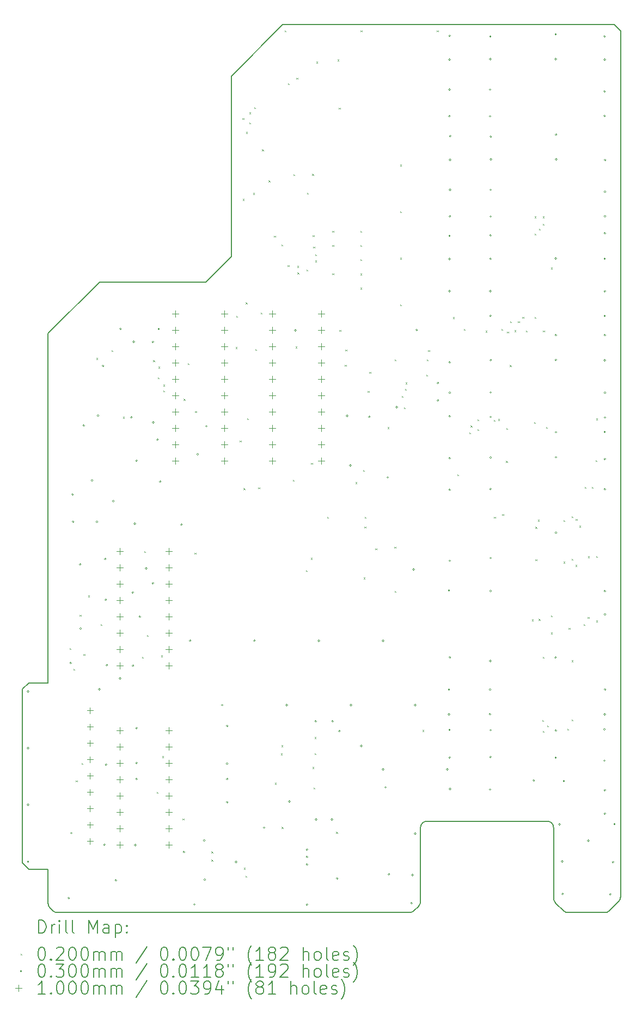
<source format=gbr>
%TF.GenerationSoftware,KiCad,Pcbnew,8.0.5*%
%TF.CreationDate,2024-11-24T09:32:07-04:00*%
%TF.ProjectId,RAMEXB_V21_Github,52414d45-5842-45f5-9632-315f47697468,rev?*%
%TF.SameCoordinates,Original*%
%TF.FileFunction,Drillmap*%
%TF.FilePolarity,Positive*%
%FSLAX45Y45*%
G04 Gerber Fmt 4.5, Leading zero omitted, Abs format (unit mm)*
G04 Created by KiCad (PCBNEW 8.0.5) date 2024-11-24 09:32:07*
%MOMM*%
%LPD*%
G01*
G04 APERTURE LIST*
%ADD10C,0.150000*%
%ADD11C,0.200000*%
%ADD12C,0.100000*%
G04 APERTURE END LIST*
D10*
X16550000Y-5500000D02*
X15750000Y-6300000D01*
X21439289Y-15270711D02*
G75*
G02*
X21368579Y-15299999I-70709J70711D01*
G01*
X24620711Y-15129289D02*
X24479289Y-15270711D01*
X24650000Y-15058579D02*
X24650000Y-1598000D01*
X24479289Y-15270711D02*
G75*
G02*
X24408579Y-15299999I-70709J70711D01*
G01*
X18200000Y-5500000D02*
X16550000Y-5500000D01*
X15750000Y-14630000D02*
X15750000Y-15158579D01*
X21368579Y-15300000D02*
X15891421Y-15300000D01*
X18600000Y-2298000D02*
X18600000Y-5100000D01*
X24650000Y-1598000D02*
X24550000Y-1498000D01*
X23831421Y-15300000D02*
G75*
G02*
X23760710Y-15270711I-1J100000D01*
G01*
X15750000Y-14630000D02*
X15450000Y-14630000D01*
X15891421Y-15300000D02*
G75*
G02*
X15820712Y-15270709I-1J99990D01*
G01*
X15750000Y-11729000D02*
X15450000Y-11729000D01*
X15779289Y-15229289D02*
X15820711Y-15270711D01*
X23639289Y-15149289D02*
G75*
G02*
X23610004Y-15078579I70721J70709D01*
G01*
X23510000Y-13880000D02*
G75*
G02*
X23610000Y-13980000I0J-100000D01*
G01*
X21540000Y-13980000D02*
X21540000Y-15128579D01*
X15450000Y-11729000D02*
X15350000Y-11829000D01*
X15450000Y-14630000D02*
X15350000Y-14530000D01*
X15350000Y-14530000D02*
X15350000Y-11829000D01*
X24650000Y-15058579D02*
G75*
G02*
X24620711Y-15129290I-100000J-1D01*
G01*
X21540000Y-13980000D02*
G75*
G02*
X21640000Y-13880000I100000J0D01*
G01*
X21540000Y-15128579D02*
G75*
G02*
X21510711Y-15199290I-100000J-1D01*
G01*
X24550000Y-1498000D02*
X19400000Y-1499000D01*
X15779289Y-15229289D02*
G75*
G02*
X15750001Y-15158579I70711J70709D01*
G01*
X23510000Y-13880000D02*
X21640000Y-13880000D01*
X21510711Y-15199289D02*
X21439289Y-15270711D01*
X18200000Y-5500000D02*
X18600000Y-5100000D01*
X24408579Y-15300000D02*
X23831421Y-15300000D01*
X15750000Y-11729000D02*
X15750000Y-9550000D01*
X23760711Y-15270711D02*
X23639289Y-15149289D01*
X15750000Y-9550000D02*
X15750000Y-6300000D01*
X23610000Y-15078579D02*
X23610000Y-13980000D01*
X18600000Y-2298000D02*
X19400000Y-1499000D01*
D11*
D12*
X16083000Y-11190000D02*
X16103000Y-11210000D01*
X16103000Y-11190000D02*
X16083000Y-11210000D01*
X16146000Y-11511000D02*
X16166000Y-11531000D01*
X16166000Y-11511000D02*
X16146000Y-11531000D01*
X16181000Y-13247000D02*
X16201000Y-13267000D01*
X16201000Y-13247000D02*
X16181000Y-13267000D01*
X16242000Y-10674000D02*
X16262000Y-10694000D01*
X16262000Y-10674000D02*
X16242000Y-10694000D01*
X16272600Y-12977400D02*
X16292600Y-12997400D01*
X16292600Y-12977400D02*
X16272600Y-12997400D01*
X16300500Y-11282500D02*
X16320500Y-11302500D01*
X16320500Y-11282500D02*
X16300500Y-11302500D01*
X16373000Y-10371000D02*
X16393000Y-10391000D01*
X16393000Y-10371000D02*
X16373000Y-10391000D01*
X16501000Y-6681000D02*
X16521000Y-6701000D01*
X16521000Y-6681000D02*
X16501000Y-6701000D01*
X16566000Y-10816000D02*
X16586000Y-10836000D01*
X16586000Y-10816000D02*
X16566000Y-10836000D01*
X16736000Y-6559000D02*
X16756000Y-6579000D01*
X16756000Y-6559000D02*
X16736000Y-6579000D01*
X16911800Y-7595320D02*
X16931800Y-7615320D01*
X16931800Y-7595320D02*
X16911800Y-7615320D01*
X17212500Y-11323500D02*
X17232500Y-11343500D01*
X17232500Y-11323500D02*
X17212500Y-11343500D01*
X17245000Y-9682000D02*
X17265000Y-9702000D01*
X17265000Y-9682000D02*
X17245000Y-9702000D01*
X17285500Y-10987500D02*
X17305500Y-11007500D01*
X17305500Y-10987500D02*
X17285500Y-11007500D01*
X17383200Y-6714820D02*
X17403200Y-6734820D01*
X17403200Y-6714820D02*
X17383200Y-6734820D01*
X17438000Y-13425000D02*
X17458000Y-13445000D01*
X17458000Y-13425000D02*
X17438000Y-13445000D01*
X17458300Y-6980860D02*
X17478300Y-7000860D01*
X17478300Y-6980860D02*
X17458300Y-7000860D01*
X17462000Y-6815000D02*
X17482000Y-6835000D01*
X17482000Y-6815000D02*
X17462000Y-6835000D01*
X17507000Y-11302000D02*
X17527000Y-11322000D01*
X17527000Y-11302000D02*
X17507000Y-11322000D01*
X17524000Y-12868500D02*
X17544000Y-12888500D01*
X17544000Y-12868500D02*
X17524000Y-12888500D01*
X17541800Y-7094110D02*
X17561800Y-7114110D01*
X17561800Y-7094110D02*
X17541800Y-7114110D01*
X17542300Y-7185360D02*
X17562300Y-7205360D01*
X17562300Y-7185360D02*
X17542300Y-7205360D01*
X17840000Y-13840000D02*
X17860000Y-13860000D01*
X17860000Y-13840000D02*
X17840000Y-13860000D01*
X17859000Y-7315000D02*
X17879000Y-7335000D01*
X17879000Y-7315000D02*
X17859000Y-7335000D01*
X17922500Y-6761150D02*
X17942500Y-6781150D01*
X17942500Y-6761150D02*
X17922500Y-6781150D01*
X18028000Y-9708000D02*
X18048000Y-9728000D01*
X18048000Y-9708000D02*
X18028000Y-9728000D01*
X18289000Y-14350500D02*
X18309000Y-14370500D01*
X18309000Y-14350500D02*
X18289000Y-14370500D01*
X18289500Y-14477500D02*
X18309500Y-14497500D01*
X18309500Y-14477500D02*
X18289500Y-14497500D01*
X18667000Y-6510000D02*
X18687000Y-6530000D01*
X18687000Y-6510000D02*
X18667000Y-6530000D01*
X18677000Y-6024000D02*
X18697000Y-6044000D01*
X18697000Y-6024000D02*
X18677000Y-6044000D01*
X18730000Y-7965000D02*
X18750000Y-7985000D01*
X18750000Y-7965000D02*
X18730000Y-7985000D01*
X18771000Y-2952000D02*
X18791000Y-2972000D01*
X18791000Y-2952000D02*
X18771000Y-2972000D01*
X18778000Y-4209000D02*
X18798000Y-4229000D01*
X18798000Y-4209000D02*
X18778000Y-4229000D01*
X18789000Y-8705000D02*
X18809000Y-8725000D01*
X18809000Y-8705000D02*
X18789000Y-8725000D01*
X18793000Y-14604500D02*
X18813000Y-14624500D01*
X18813000Y-14604500D02*
X18793000Y-14624500D01*
X18821000Y-14730000D02*
X18841000Y-14750000D01*
X18841000Y-14730000D02*
X18821000Y-14750000D01*
X18823000Y-5818000D02*
X18843000Y-5838000D01*
X18843000Y-5818000D02*
X18823000Y-5838000D01*
X18830000Y-3166000D02*
X18850000Y-3186000D01*
X18850000Y-3166000D02*
X18830000Y-3186000D01*
X18843000Y-7617000D02*
X18863000Y-7637000D01*
X18863000Y-7617000D02*
X18843000Y-7637000D01*
X18877000Y-2863000D02*
X18897000Y-2883000D01*
X18897000Y-2863000D02*
X18877000Y-2883000D01*
X18879088Y-3017088D02*
X18899088Y-3037088D01*
X18899088Y-3017088D02*
X18879088Y-3037088D01*
X18939000Y-4116000D02*
X18959000Y-4136000D01*
X18959000Y-4116000D02*
X18939000Y-4136000D01*
X18957000Y-2784000D02*
X18977000Y-2804000D01*
X18977000Y-2784000D02*
X18957000Y-2804000D01*
X18971500Y-6539000D02*
X18991500Y-6559000D01*
X18991500Y-6539000D02*
X18971500Y-6559000D01*
X19018000Y-8692000D02*
X19038000Y-8712000D01*
X19038000Y-8692000D02*
X19018000Y-8712000D01*
X19057000Y-5974000D02*
X19077000Y-5994000D01*
X19077000Y-5974000D02*
X19057000Y-5994000D01*
X19076000Y-3439000D02*
X19096000Y-3459000D01*
X19096000Y-3439000D02*
X19076000Y-3459000D01*
X19179000Y-3920000D02*
X19199000Y-3940000D01*
X19199000Y-3920000D02*
X19179000Y-3940000D01*
X19262000Y-4777000D02*
X19282000Y-4797000D01*
X19282000Y-4777000D02*
X19262000Y-4797000D01*
X19276000Y-13283000D02*
X19296000Y-13303000D01*
X19296000Y-13283000D02*
X19276000Y-13303000D01*
X19369000Y-12826000D02*
X19389000Y-12846000D01*
X19389000Y-12826000D02*
X19369000Y-12846000D01*
X19376500Y-4913000D02*
X19396500Y-4933000D01*
X19396500Y-4913000D02*
X19376500Y-4933000D01*
X19380000Y-12700000D02*
X19400000Y-12720000D01*
X19400000Y-12700000D02*
X19380000Y-12720000D01*
X19383400Y-13971000D02*
X19403400Y-13991000D01*
X19403400Y-13971000D02*
X19383400Y-13991000D01*
X19426000Y-1589000D02*
X19446000Y-1609000D01*
X19446000Y-1589000D02*
X19426000Y-1609000D01*
X19475000Y-5239000D02*
X19495000Y-5259000D01*
X19495000Y-5239000D02*
X19475000Y-5259000D01*
X19479000Y-2408000D02*
X19499000Y-2428000D01*
X19499000Y-2408000D02*
X19479000Y-2428000D01*
X19555000Y-8572000D02*
X19575000Y-8592000D01*
X19575000Y-8572000D02*
X19555000Y-8592000D01*
X19566000Y-3821000D02*
X19586000Y-3841000D01*
X19586000Y-3821000D02*
X19566000Y-3841000D01*
X19598000Y-6502000D02*
X19618000Y-6522000D01*
X19618000Y-6502000D02*
X19598000Y-6522000D01*
X19612000Y-2326000D02*
X19632000Y-2346000D01*
X19632000Y-2326000D02*
X19612000Y-2346000D01*
X19623000Y-5250000D02*
X19643000Y-5270000D01*
X19643000Y-5250000D02*
X19623000Y-5270000D01*
X19626000Y-5350000D02*
X19646000Y-5370000D01*
X19646000Y-5350000D02*
X19626000Y-5370000D01*
X19760000Y-9977500D02*
X19780000Y-9997500D01*
X19780000Y-9977500D02*
X19760000Y-9997500D01*
X19764588Y-5303588D02*
X19784588Y-5323588D01*
X19784588Y-5303588D02*
X19764588Y-5323588D01*
X19775824Y-4108719D02*
X19795824Y-4128719D01*
X19795824Y-4108719D02*
X19775824Y-4128719D01*
X19837000Y-9789000D02*
X19857000Y-9809000D01*
X19857000Y-9789000D02*
X19837000Y-9809000D01*
X19840000Y-8310130D02*
X19860000Y-8330130D01*
X19860000Y-8310130D02*
X19840000Y-8330130D01*
X19856000Y-3820000D02*
X19876000Y-3840000D01*
X19876000Y-3820000D02*
X19856000Y-3840000D01*
X19859000Y-13038000D02*
X19879000Y-13058000D01*
X19879000Y-13038000D02*
X19859000Y-13058000D01*
X19864000Y-4773000D02*
X19884000Y-4793000D01*
X19884000Y-4773000D02*
X19864000Y-4793000D01*
X19874000Y-4949000D02*
X19894000Y-4969000D01*
X19894000Y-4949000D02*
X19874000Y-4969000D01*
X19879000Y-13358000D02*
X19899000Y-13378000D01*
X19899000Y-13358000D02*
X19879000Y-13378000D01*
X19892000Y-12825000D02*
X19912000Y-12845000D01*
X19912000Y-12825000D02*
X19892000Y-12845000D01*
X19893000Y-12572000D02*
X19913000Y-12592000D01*
X19913000Y-12572000D02*
X19893000Y-12592000D01*
X19900500Y-5069000D02*
X19920500Y-5089000D01*
X19920500Y-5069000D02*
X19900500Y-5089000D01*
X19901000Y-5165000D02*
X19921000Y-5185000D01*
X19921000Y-5165000D02*
X19901000Y-5185000D01*
X19920000Y-2075000D02*
X19940000Y-2095000D01*
X19940000Y-2075000D02*
X19920000Y-2095000D01*
X20089000Y-9146000D02*
X20109000Y-9166000D01*
X20109000Y-9146000D02*
X20089000Y-9166000D01*
X20168000Y-4701000D02*
X20188000Y-4721000D01*
X20188000Y-4701000D02*
X20168000Y-4721000D01*
X20168000Y-4923900D02*
X20188000Y-4943900D01*
X20188000Y-4923900D02*
X20168000Y-4943900D01*
X20168000Y-5366000D02*
X20188000Y-5386000D01*
X20188000Y-5366000D02*
X20168000Y-5386000D01*
X20229000Y-14046000D02*
X20249000Y-14066000D01*
X20249000Y-14046000D02*
X20229000Y-14066000D01*
X20249000Y-2040500D02*
X20269000Y-2060500D01*
X20269000Y-2040500D02*
X20249000Y-2060500D01*
X20272039Y-2791937D02*
X20292039Y-2811937D01*
X20292039Y-2791937D02*
X20272039Y-2811937D01*
X20279600Y-6243410D02*
X20299600Y-6263410D01*
X20299600Y-6243410D02*
X20279600Y-6263410D01*
X20364000Y-6786000D02*
X20384000Y-6806000D01*
X20384000Y-6786000D02*
X20364000Y-6806000D01*
X20372000Y-6551000D02*
X20392000Y-6571000D01*
X20392000Y-6551000D02*
X20372000Y-6571000D01*
X20530000Y-8611890D02*
X20550000Y-8631890D01*
X20550000Y-8611890D02*
X20530000Y-8631890D01*
X20603800Y-4702200D02*
X20623800Y-4722200D01*
X20623800Y-4702200D02*
X20603800Y-4722200D01*
X20603800Y-4923900D02*
X20623800Y-4943900D01*
X20623800Y-4923900D02*
X20603800Y-4943900D01*
X20603800Y-5145600D02*
X20623800Y-5165600D01*
X20623800Y-5145600D02*
X20603800Y-5165600D01*
X20603800Y-5367300D02*
X20623800Y-5387300D01*
X20623800Y-5367300D02*
X20603800Y-5387300D01*
X20603800Y-5589000D02*
X20623800Y-5609000D01*
X20623800Y-5589000D02*
X20603800Y-5609000D01*
X20610000Y-1589000D02*
X20630000Y-1609000D01*
X20630000Y-1589000D02*
X20610000Y-1609000D01*
X20647500Y-8419000D02*
X20667500Y-8439000D01*
X20667500Y-8419000D02*
X20647500Y-8439000D01*
X20657000Y-10091000D02*
X20677000Y-10111000D01*
X20677000Y-10091000D02*
X20657000Y-10111000D01*
X20669000Y-9301000D02*
X20689000Y-9321000D01*
X20689000Y-9301000D02*
X20669000Y-9321000D01*
X20671000Y-9150000D02*
X20691000Y-9170000D01*
X20691000Y-9150000D02*
X20671000Y-9170000D01*
X20720500Y-7190500D02*
X20740500Y-7210500D01*
X20740500Y-7190500D02*
X20720500Y-7210500D01*
X20745000Y-6895000D02*
X20765000Y-6915000D01*
X20765000Y-6895000D02*
X20745000Y-6915000D01*
X20838000Y-9640000D02*
X20858000Y-9660000D01*
X20858000Y-9640000D02*
X20838000Y-9660000D01*
X21027000Y-7754500D02*
X21047000Y-7774500D01*
X21047000Y-7754500D02*
X21027000Y-7774500D01*
X21135000Y-9614000D02*
X21155000Y-9634000D01*
X21155000Y-9614000D02*
X21135000Y-9634000D01*
X21140000Y-6700000D02*
X21160000Y-6720000D01*
X21160000Y-6700000D02*
X21140000Y-6720000D01*
X21141000Y-10300000D02*
X21161000Y-10320000D01*
X21161000Y-10300000D02*
X21141000Y-10320000D01*
X21226000Y-3676000D02*
X21246000Y-3696000D01*
X21246000Y-3676000D02*
X21226000Y-3696000D01*
X21226000Y-4398667D02*
X21246000Y-4418667D01*
X21246000Y-4398667D02*
X21226000Y-4418667D01*
X21226000Y-5121333D02*
X21246000Y-5141333D01*
X21246000Y-5121333D02*
X21226000Y-5141333D01*
X21226000Y-5844000D02*
X21246000Y-5864000D01*
X21246000Y-5844000D02*
X21226000Y-5864000D01*
X21250000Y-7270000D02*
X21270000Y-7290000D01*
X21270000Y-7270000D02*
X21250000Y-7290000D01*
X21283600Y-7444600D02*
X21303600Y-7464600D01*
X21303600Y-7444600D02*
X21283600Y-7464600D01*
X21300000Y-7160000D02*
X21320000Y-7180000D01*
X21320000Y-7160000D02*
X21300000Y-7180000D01*
X21310000Y-7060000D02*
X21330000Y-7080000D01*
X21330000Y-7060000D02*
X21310000Y-7080000D01*
X21571000Y-12464000D02*
X21591000Y-12484000D01*
X21591000Y-12464000D02*
X21571000Y-12484000D01*
X21630000Y-6940000D02*
X21650000Y-6960000D01*
X21650000Y-6940000D02*
X21630000Y-6960000D01*
X21640000Y-6700000D02*
X21660000Y-6720000D01*
X21660000Y-6700000D02*
X21640000Y-6720000D01*
X21659300Y-6557500D02*
X21679300Y-6577500D01*
X21679300Y-6557500D02*
X21659300Y-6577500D01*
X21794000Y-1589000D02*
X21814000Y-1609000D01*
X21814000Y-1589000D02*
X21794000Y-1609000D01*
X22046000Y-6046000D02*
X22066000Y-6066000D01*
X22066000Y-6046000D02*
X22046000Y-6066000D01*
X22110000Y-8490000D02*
X22130000Y-8510000D01*
X22130000Y-8490000D02*
X22110000Y-8510000D01*
X22214000Y-6227500D02*
X22234000Y-6247500D01*
X22234000Y-6227500D02*
X22214000Y-6247500D01*
X22300000Y-7837500D02*
X22320000Y-7857500D01*
X22320000Y-7837500D02*
X22300000Y-7857500D01*
X22318800Y-7731160D02*
X22338800Y-7751160D01*
X22338800Y-7731160D02*
X22318800Y-7751160D01*
X22425000Y-7632720D02*
X22445000Y-7652720D01*
X22445000Y-7632720D02*
X22425000Y-7652720D01*
X22426900Y-7784090D02*
X22446900Y-7804090D01*
X22446900Y-7784090D02*
X22426900Y-7804090D01*
X22555000Y-6257500D02*
X22575000Y-6277500D01*
X22575000Y-6257500D02*
X22555000Y-6277500D01*
X22678300Y-7640000D02*
X22698300Y-7660000D01*
X22698300Y-7640000D02*
X22678300Y-7660000D01*
X22683000Y-9147000D02*
X22703000Y-9167000D01*
X22703000Y-9147000D02*
X22683000Y-9167000D01*
X22745500Y-7628000D02*
X22765500Y-7648000D01*
X22765500Y-7628000D02*
X22745500Y-7648000D01*
X22797100Y-6228720D02*
X22817100Y-6248720D01*
X22817100Y-6228720D02*
X22797100Y-6248720D01*
X22812000Y-9108000D02*
X22832000Y-9128000D01*
X22832000Y-9108000D02*
X22812000Y-9128000D01*
X22869500Y-8280460D02*
X22889500Y-8300460D01*
X22889500Y-8280460D02*
X22869500Y-8300460D01*
X22872800Y-7767500D02*
X22892800Y-7787500D01*
X22892800Y-7767500D02*
X22872800Y-7787500D01*
X22888600Y-6271440D02*
X22908600Y-6291440D01*
X22908600Y-6271440D02*
X22888600Y-6291440D01*
X22930000Y-6790000D02*
X22950000Y-6810000D01*
X22950000Y-6790000D02*
X22930000Y-6810000D01*
X22936100Y-6111410D02*
X22956100Y-6131410D01*
X22956100Y-6111410D02*
X22936100Y-6131410D01*
X22999500Y-6248000D02*
X23019500Y-6268000D01*
X23019500Y-6248000D02*
X22999500Y-6268000D01*
X23055000Y-6109000D02*
X23075000Y-6129000D01*
X23075000Y-6109000D02*
X23055000Y-6129000D01*
X23124000Y-6043000D02*
X23144000Y-6063000D01*
X23144000Y-6043000D02*
X23124000Y-6063000D01*
X23180000Y-6253000D02*
X23200000Y-6273000D01*
X23200000Y-6253000D02*
X23180000Y-6273000D01*
X23275000Y-10745400D02*
X23295000Y-10765400D01*
X23295000Y-10745400D02*
X23275000Y-10765400D01*
X23307000Y-7677000D02*
X23327000Y-7697000D01*
X23327000Y-7677000D02*
X23307000Y-7697000D01*
X23313000Y-6040000D02*
X23333000Y-6060000D01*
X23333000Y-6040000D02*
X23313000Y-6060000D01*
X23316000Y-4748000D02*
X23336000Y-4768000D01*
X23336000Y-4748000D02*
X23316000Y-4768000D01*
X23317000Y-4479000D02*
X23337000Y-4499000D01*
X23337000Y-4479000D02*
X23317000Y-4499000D01*
X23326000Y-9807000D02*
X23346000Y-9827000D01*
X23346000Y-9807000D02*
X23326000Y-9827000D01*
X23327000Y-9306000D02*
X23347000Y-9326000D01*
X23347000Y-9306000D02*
X23327000Y-9326000D01*
X23367000Y-9194500D02*
X23387000Y-9214500D01*
X23387000Y-9194500D02*
X23367000Y-9214500D01*
X23379000Y-10735000D02*
X23399000Y-10755000D01*
X23399000Y-10735000D02*
X23379000Y-10755000D01*
X23381100Y-4669910D02*
X23401100Y-4689910D01*
X23401100Y-4669910D02*
X23381100Y-4689910D01*
X23434000Y-12308000D02*
X23454000Y-12328000D01*
X23454000Y-12308000D02*
X23434000Y-12328000D01*
X23439000Y-4478000D02*
X23459000Y-4498000D01*
X23459000Y-4478000D02*
X23439000Y-4498000D01*
X23439000Y-12474000D02*
X23459000Y-12494000D01*
X23459000Y-12474000D02*
X23439000Y-12494000D01*
X23440000Y-4591000D02*
X23460000Y-4611000D01*
X23460000Y-4591000D02*
X23440000Y-4611000D01*
X23441000Y-11324000D02*
X23461000Y-11344000D01*
X23461000Y-11324000D02*
X23441000Y-11344000D01*
X23444800Y-6255000D02*
X23464800Y-6275000D01*
X23464800Y-6255000D02*
X23444800Y-6275000D01*
X23490000Y-7750000D02*
X23510000Y-7770000D01*
X23510000Y-7750000D02*
X23490000Y-7770000D01*
X23510000Y-12390000D02*
X23530000Y-12410000D01*
X23530000Y-12390000D02*
X23510000Y-12410000D01*
X23570000Y-10681400D02*
X23590000Y-10701400D01*
X23590000Y-10681400D02*
X23570000Y-10701400D01*
X23570000Y-10949000D02*
X23590000Y-10969000D01*
X23590000Y-10949000D02*
X23570000Y-10969000D01*
X23571000Y-5276000D02*
X23591000Y-5296000D01*
X23591000Y-5276000D02*
X23571000Y-5296000D01*
X23761000Y-9201000D02*
X23781000Y-9221000D01*
X23781000Y-9201000D02*
X23761000Y-9221000D01*
X23761500Y-9847500D02*
X23781500Y-9867500D01*
X23781500Y-9847500D02*
X23761500Y-9867500D01*
X23822800Y-12440000D02*
X23842800Y-12460000D01*
X23842800Y-12440000D02*
X23822800Y-12460000D01*
X23844500Y-10877500D02*
X23864500Y-10897500D01*
X23864500Y-10877500D02*
X23844500Y-10897500D01*
X23888500Y-9800000D02*
X23908500Y-9820000D01*
X23908500Y-9800000D02*
X23888500Y-9820000D01*
X23888500Y-12300000D02*
X23908500Y-12320000D01*
X23908500Y-12300000D02*
X23888500Y-12320000D01*
X23890000Y-9140000D02*
X23910000Y-9160000D01*
X23910000Y-9140000D02*
X23890000Y-9160000D01*
X23890000Y-11380000D02*
X23910000Y-11400000D01*
X23910000Y-11380000D02*
X23890000Y-11400000D01*
X23951000Y-9898000D02*
X23971000Y-9918000D01*
X23971000Y-9898000D02*
X23951000Y-9918000D01*
X23954900Y-9183000D02*
X23974900Y-9203000D01*
X23974900Y-9183000D02*
X23954900Y-9203000D01*
X24010000Y-9287000D02*
X24030000Y-9307000D01*
X24030000Y-9287000D02*
X24010000Y-9307000D01*
X24079000Y-10813900D02*
X24099000Y-10833900D01*
X24099000Y-10813900D02*
X24079000Y-10833900D01*
X24095000Y-8680000D02*
X24115000Y-8700000D01*
X24115000Y-8680000D02*
X24095000Y-8700000D01*
X24140000Y-10705000D02*
X24160000Y-10725000D01*
X24160000Y-10705000D02*
X24140000Y-10725000D01*
X24143000Y-9761000D02*
X24163000Y-9781000D01*
X24163000Y-9761000D02*
X24143000Y-9781000D01*
X24204600Y-8680000D02*
X24224600Y-8700000D01*
X24224600Y-8680000D02*
X24204600Y-8700000D01*
X24265000Y-8270000D02*
X24285000Y-8290000D01*
X24285000Y-8270000D02*
X24265000Y-8290000D01*
X24269500Y-9760000D02*
X24289500Y-9780000D01*
X24289500Y-9760000D02*
X24269500Y-9780000D01*
X24269500Y-10760000D02*
X24289500Y-10780000D01*
X24289500Y-10760000D02*
X24269500Y-10780000D01*
X24270000Y-7620000D02*
X24290000Y-7640000D01*
X24290000Y-7620000D02*
X24270000Y-7640000D01*
X15453000Y-11862000D02*
G75*
G02*
X15423000Y-11862000I-15000J0D01*
G01*
X15423000Y-11862000D02*
G75*
G02*
X15453000Y-11862000I15000J0D01*
G01*
X15453000Y-12744000D02*
G75*
G02*
X15423000Y-12744000I-15000J0D01*
G01*
X15423000Y-12744000D02*
G75*
G02*
X15453000Y-12744000I15000J0D01*
G01*
X15453000Y-13626000D02*
G75*
G02*
X15423000Y-13626000I-15000J0D01*
G01*
X15423000Y-13626000D02*
G75*
G02*
X15453000Y-13626000I15000J0D01*
G01*
X15453000Y-14508000D02*
G75*
G02*
X15423000Y-14508000I-15000J0D01*
G01*
X15423000Y-14508000D02*
G75*
G02*
X15453000Y-14508000I15000J0D01*
G01*
X16085000Y-15075000D02*
G75*
G02*
X16055000Y-15075000I-15000J0D01*
G01*
X16055000Y-15075000D02*
G75*
G02*
X16085000Y-15075000I15000J0D01*
G01*
X16115000Y-11422000D02*
G75*
G02*
X16085000Y-11422000I-15000J0D01*
G01*
X16085000Y-11422000D02*
G75*
G02*
X16115000Y-11422000I15000J0D01*
G01*
X16125000Y-14064000D02*
G75*
G02*
X16095000Y-14064000I-15000J0D01*
G01*
X16095000Y-14064000D02*
G75*
G02*
X16125000Y-14064000I15000J0D01*
G01*
X16146000Y-8801000D02*
G75*
G02*
X16116000Y-8801000I-15000J0D01*
G01*
X16116000Y-8801000D02*
G75*
G02*
X16146000Y-8801000I15000J0D01*
G01*
X16155000Y-9224000D02*
G75*
G02*
X16125000Y-9224000I-15000J0D01*
G01*
X16125000Y-9224000D02*
G75*
G02*
X16155000Y-9224000I15000J0D01*
G01*
X16263000Y-9889000D02*
G75*
G02*
X16233000Y-9889000I-15000J0D01*
G01*
X16233000Y-9889000D02*
G75*
G02*
X16263000Y-9889000I15000J0D01*
G01*
X16269000Y-10886000D02*
G75*
G02*
X16239000Y-10886000I-15000J0D01*
G01*
X16239000Y-10886000D02*
G75*
G02*
X16269000Y-10886000I15000J0D01*
G01*
X16319000Y-7731000D02*
G75*
G02*
X16289000Y-7731000I-15000J0D01*
G01*
X16289000Y-7731000D02*
G75*
G02*
X16319000Y-7731000I15000J0D01*
G01*
X16449000Y-8583000D02*
G75*
G02*
X16419000Y-8583000I-15000J0D01*
G01*
X16419000Y-8583000D02*
G75*
G02*
X16449000Y-8583000I15000J0D01*
G01*
X16523000Y-9227000D02*
G75*
G02*
X16493000Y-9227000I-15000J0D01*
G01*
X16493000Y-9227000D02*
G75*
G02*
X16523000Y-9227000I15000J0D01*
G01*
X16540000Y-7575000D02*
G75*
G02*
X16510000Y-7575000I-15000J0D01*
G01*
X16510000Y-7575000D02*
G75*
G02*
X16540000Y-7575000I15000J0D01*
G01*
X16561000Y-11830000D02*
G75*
G02*
X16531000Y-11830000I-15000J0D01*
G01*
X16531000Y-11830000D02*
G75*
G02*
X16561000Y-11830000I15000J0D01*
G01*
X16619000Y-6802000D02*
G75*
G02*
X16589000Y-6802000I-15000J0D01*
G01*
X16589000Y-6802000D02*
G75*
G02*
X16619000Y-6802000I15000J0D01*
G01*
X16642000Y-14245000D02*
G75*
G02*
X16612000Y-14245000I-15000J0D01*
G01*
X16612000Y-14245000D02*
G75*
G02*
X16642000Y-14245000I15000J0D01*
G01*
X16653000Y-9805000D02*
G75*
G02*
X16623000Y-9805000I-15000J0D01*
G01*
X16623000Y-9805000D02*
G75*
G02*
X16653000Y-9805000I15000J0D01*
G01*
X16663000Y-10439000D02*
G75*
G02*
X16633000Y-10439000I-15000J0D01*
G01*
X16633000Y-10439000D02*
G75*
G02*
X16663000Y-10439000I15000J0D01*
G01*
X16665000Y-13000000D02*
G75*
G02*
X16635000Y-13000000I-15000J0D01*
G01*
X16635000Y-13000000D02*
G75*
G02*
X16665000Y-13000000I15000J0D01*
G01*
X16678000Y-11456000D02*
G75*
G02*
X16648000Y-11456000I-15000J0D01*
G01*
X16648000Y-11456000D02*
G75*
G02*
X16678000Y-11456000I15000J0D01*
G01*
X16778000Y-8906000D02*
G75*
G02*
X16748000Y-8906000I-15000J0D01*
G01*
X16748000Y-8906000D02*
G75*
G02*
X16778000Y-8906000I15000J0D01*
G01*
X16818000Y-14800000D02*
G75*
G02*
X16788000Y-14800000I-15000J0D01*
G01*
X16788000Y-14800000D02*
G75*
G02*
X16818000Y-14800000I15000J0D01*
G01*
X16884000Y-11662000D02*
G75*
G02*
X16854000Y-11662000I-15000J0D01*
G01*
X16854000Y-11662000D02*
G75*
G02*
X16884000Y-11662000I15000J0D01*
G01*
X16890000Y-6227000D02*
G75*
G02*
X16860000Y-6227000I-15000J0D01*
G01*
X16860000Y-6227000D02*
G75*
G02*
X16890000Y-6227000I15000J0D01*
G01*
X17061000Y-7603000D02*
G75*
G02*
X17031000Y-7603000I-15000J0D01*
G01*
X17031000Y-7603000D02*
G75*
G02*
X17061000Y-7603000I15000J0D01*
G01*
X17080000Y-10324000D02*
G75*
G02*
X17050000Y-10324000I-15000J0D01*
G01*
X17050000Y-10324000D02*
G75*
G02*
X17080000Y-10324000I15000J0D01*
G01*
X17085000Y-11463000D02*
G75*
G02*
X17055000Y-11463000I-15000J0D01*
G01*
X17055000Y-11463000D02*
G75*
G02*
X17085000Y-11463000I15000J0D01*
G01*
X17096000Y-6428000D02*
G75*
G02*
X17066000Y-6428000I-15000J0D01*
G01*
X17066000Y-6428000D02*
G75*
G02*
X17096000Y-6428000I15000J0D01*
G01*
X17113000Y-9255000D02*
G75*
G02*
X17083000Y-9255000I-15000J0D01*
G01*
X17083000Y-9255000D02*
G75*
G02*
X17113000Y-9255000I15000J0D01*
G01*
X17120000Y-14252000D02*
G75*
G02*
X17090000Y-14252000I-15000J0D01*
G01*
X17090000Y-14252000D02*
G75*
G02*
X17120000Y-14252000I15000J0D01*
G01*
X17139000Y-12434000D02*
G75*
G02*
X17109000Y-12434000I-15000J0D01*
G01*
X17109000Y-12434000D02*
G75*
G02*
X17139000Y-12434000I15000J0D01*
G01*
X17140000Y-12975000D02*
G75*
G02*
X17110000Y-12975000I-15000J0D01*
G01*
X17110000Y-12975000D02*
G75*
G02*
X17140000Y-12975000I15000J0D01*
G01*
X17140000Y-13225000D02*
G75*
G02*
X17110000Y-13225000I-15000J0D01*
G01*
X17110000Y-13225000D02*
G75*
G02*
X17140000Y-13225000I15000J0D01*
G01*
X17140600Y-8276060D02*
G75*
G02*
X17110600Y-8276060I-15000J0D01*
G01*
X17110600Y-8276060D02*
G75*
G02*
X17140600Y-8276060I15000J0D01*
G01*
X17190000Y-10700000D02*
G75*
G02*
X17160000Y-10700000I-15000J0D01*
G01*
X17160000Y-10700000D02*
G75*
G02*
X17190000Y-10700000I15000J0D01*
G01*
X17290000Y-9950000D02*
G75*
G02*
X17260000Y-9950000I-15000J0D01*
G01*
X17260000Y-9950000D02*
G75*
G02*
X17290000Y-9950000I15000J0D01*
G01*
X17393000Y-6430000D02*
G75*
G02*
X17363000Y-6430000I-15000J0D01*
G01*
X17363000Y-6430000D02*
G75*
G02*
X17393000Y-6430000I15000J0D01*
G01*
X17395000Y-10180000D02*
G75*
G02*
X17365000Y-10180000I-15000J0D01*
G01*
X17365000Y-10180000D02*
G75*
G02*
X17395000Y-10180000I15000J0D01*
G01*
X17400000Y-7681000D02*
G75*
G02*
X17370000Y-7681000I-15000J0D01*
G01*
X17370000Y-7681000D02*
G75*
G02*
X17400000Y-7681000I15000J0D01*
G01*
X17465000Y-7950000D02*
G75*
G02*
X17435000Y-7950000I-15000J0D01*
G01*
X17435000Y-7950000D02*
G75*
G02*
X17465000Y-7950000I15000J0D01*
G01*
X17485000Y-6230000D02*
G75*
G02*
X17455000Y-6230000I-15000J0D01*
G01*
X17455000Y-6230000D02*
G75*
G02*
X17485000Y-6230000I15000J0D01*
G01*
X17507000Y-8602000D02*
G75*
G02*
X17477000Y-8602000I-15000J0D01*
G01*
X17477000Y-8602000D02*
G75*
G02*
X17507000Y-8602000I15000J0D01*
G01*
X17840000Y-9270000D02*
G75*
G02*
X17810000Y-9270000I-15000J0D01*
G01*
X17810000Y-9270000D02*
G75*
G02*
X17840000Y-9270000I15000J0D01*
G01*
X17877000Y-14360000D02*
G75*
G02*
X17847000Y-14360000I-15000J0D01*
G01*
X17847000Y-14360000D02*
G75*
G02*
X17877000Y-14360000I15000J0D01*
G01*
X17973000Y-11075000D02*
G75*
G02*
X17943000Y-11075000I-15000J0D01*
G01*
X17943000Y-11075000D02*
G75*
G02*
X17973000Y-11075000I15000J0D01*
G01*
X18040000Y-15175000D02*
G75*
G02*
X18010000Y-15175000I-15000J0D01*
G01*
X18010000Y-15175000D02*
G75*
G02*
X18040000Y-15175000I15000J0D01*
G01*
X18065000Y-7520000D02*
G75*
G02*
X18035000Y-7520000I-15000J0D01*
G01*
X18035000Y-7520000D02*
G75*
G02*
X18065000Y-7520000I15000J0D01*
G01*
X18090000Y-8175000D02*
G75*
G02*
X18060000Y-8175000I-15000J0D01*
G01*
X18060000Y-8175000D02*
G75*
G02*
X18090000Y-8175000I15000J0D01*
G01*
X18192000Y-14181000D02*
G75*
G02*
X18162000Y-14181000I-15000J0D01*
G01*
X18162000Y-14181000D02*
G75*
G02*
X18192000Y-14181000I15000J0D01*
G01*
X18202000Y-14789000D02*
G75*
G02*
X18172000Y-14789000I-15000J0D01*
G01*
X18172000Y-14789000D02*
G75*
G02*
X18202000Y-14789000I15000J0D01*
G01*
X18225000Y-7740000D02*
G75*
G02*
X18195000Y-7740000I-15000J0D01*
G01*
X18195000Y-7740000D02*
G75*
G02*
X18225000Y-7740000I15000J0D01*
G01*
X18473000Y-12075000D02*
G75*
G02*
X18443000Y-12075000I-15000J0D01*
G01*
X18443000Y-12075000D02*
G75*
G02*
X18473000Y-12075000I15000J0D01*
G01*
X18549000Y-12398000D02*
G75*
G02*
X18519000Y-12398000I-15000J0D01*
G01*
X18519000Y-12398000D02*
G75*
G02*
X18549000Y-12398000I15000J0D01*
G01*
X18549000Y-12985000D02*
G75*
G02*
X18519000Y-12985000I-15000J0D01*
G01*
X18519000Y-12985000D02*
G75*
G02*
X18549000Y-12985000I15000J0D01*
G01*
X18549000Y-13226000D02*
G75*
G02*
X18519000Y-13226000I-15000J0D01*
G01*
X18519000Y-13226000D02*
G75*
G02*
X18549000Y-13226000I15000J0D01*
G01*
X18549000Y-13583000D02*
G75*
G02*
X18519000Y-13583000I-15000J0D01*
G01*
X18519000Y-13583000D02*
G75*
G02*
X18549000Y-13583000I15000J0D01*
G01*
X18689000Y-14514000D02*
G75*
G02*
X18659000Y-14514000I-15000J0D01*
G01*
X18659000Y-14514000D02*
G75*
G02*
X18689000Y-14514000I15000J0D01*
G01*
X18973000Y-11075000D02*
G75*
G02*
X18943000Y-11075000I-15000J0D01*
G01*
X18943000Y-11075000D02*
G75*
G02*
X18973000Y-11075000I15000J0D01*
G01*
X19123000Y-13981000D02*
G75*
G02*
X19093000Y-13981000I-15000J0D01*
G01*
X19093000Y-13981000D02*
G75*
G02*
X19123000Y-13981000I15000J0D01*
G01*
X19473000Y-12075000D02*
G75*
G02*
X19443000Y-12075000I-15000J0D01*
G01*
X19443000Y-12075000D02*
G75*
G02*
X19473000Y-12075000I15000J0D01*
G01*
X19516000Y-13574000D02*
G75*
G02*
X19486000Y-13574000I-15000J0D01*
G01*
X19486000Y-13574000D02*
G75*
G02*
X19516000Y-13574000I15000J0D01*
G01*
X19610000Y-6248000D02*
G75*
G02*
X19580000Y-6248000I-15000J0D01*
G01*
X19580000Y-6248000D02*
G75*
G02*
X19610000Y-6248000I15000J0D01*
G01*
X19790000Y-14321000D02*
G75*
G02*
X19760000Y-14321000I-15000J0D01*
G01*
X19760000Y-14321000D02*
G75*
G02*
X19790000Y-14321000I15000J0D01*
G01*
X19790000Y-14436500D02*
G75*
G02*
X19760000Y-14436500I-15000J0D01*
G01*
X19760000Y-14436500D02*
G75*
G02*
X19790000Y-14436500I15000J0D01*
G01*
X19790000Y-14552000D02*
G75*
G02*
X19760000Y-14552000I-15000J0D01*
G01*
X19760000Y-14552000D02*
G75*
G02*
X19790000Y-14552000I15000J0D01*
G01*
X19790000Y-15175000D02*
G75*
G02*
X19760000Y-15175000I-15000J0D01*
G01*
X19760000Y-15175000D02*
G75*
G02*
X19790000Y-15175000I15000J0D01*
G01*
X19926000Y-12327300D02*
G75*
G02*
X19896000Y-12327300I-15000J0D01*
G01*
X19896000Y-12327300D02*
G75*
G02*
X19926000Y-12327300I15000J0D01*
G01*
X19934000Y-13853000D02*
G75*
G02*
X19904000Y-13853000I-15000J0D01*
G01*
X19904000Y-13853000D02*
G75*
G02*
X19934000Y-13853000I15000J0D01*
G01*
X19973000Y-11075000D02*
G75*
G02*
X19943000Y-11075000I-15000J0D01*
G01*
X19943000Y-11075000D02*
G75*
G02*
X19973000Y-11075000I15000J0D01*
G01*
X20179000Y-13853000D02*
G75*
G02*
X20149000Y-13853000I-15000J0D01*
G01*
X20149000Y-13853000D02*
G75*
G02*
X20179000Y-13853000I15000J0D01*
G01*
X20189100Y-12328000D02*
G75*
G02*
X20159100Y-12328000I-15000J0D01*
G01*
X20159100Y-12328000D02*
G75*
G02*
X20189100Y-12328000I15000J0D01*
G01*
X20260000Y-14769000D02*
G75*
G02*
X20230000Y-14769000I-15000J0D01*
G01*
X20230000Y-14769000D02*
G75*
G02*
X20260000Y-14769000I15000J0D01*
G01*
X20295000Y-12479000D02*
G75*
G02*
X20265000Y-12479000I-15000J0D01*
G01*
X20265000Y-12479000D02*
G75*
G02*
X20295000Y-12479000I15000J0D01*
G01*
X20415000Y-7580000D02*
G75*
G02*
X20385000Y-7580000I-15000J0D01*
G01*
X20385000Y-7580000D02*
G75*
G02*
X20415000Y-7580000I15000J0D01*
G01*
X20465000Y-8350000D02*
G75*
G02*
X20435000Y-8350000I-15000J0D01*
G01*
X20435000Y-8350000D02*
G75*
G02*
X20465000Y-8350000I15000J0D01*
G01*
X20473000Y-12075000D02*
G75*
G02*
X20443000Y-12075000I-15000J0D01*
G01*
X20443000Y-12075000D02*
G75*
G02*
X20473000Y-12075000I15000J0D01*
G01*
X20634300Y-12709900D02*
G75*
G02*
X20604300Y-12709900I-15000J0D01*
G01*
X20604300Y-12709900D02*
G75*
G02*
X20634300Y-12709900I15000J0D01*
G01*
X20761000Y-7594000D02*
G75*
G02*
X20731000Y-7594000I-15000J0D01*
G01*
X20731000Y-7594000D02*
G75*
G02*
X20761000Y-7594000I15000J0D01*
G01*
X20973000Y-11075000D02*
G75*
G02*
X20943000Y-11075000I-15000J0D01*
G01*
X20943000Y-11075000D02*
G75*
G02*
X20973000Y-11075000I15000J0D01*
G01*
X20973000Y-13075000D02*
G75*
G02*
X20943000Y-13075000I-15000J0D01*
G01*
X20943000Y-13075000D02*
G75*
G02*
X20973000Y-13075000I15000J0D01*
G01*
X21011000Y-13352000D02*
G75*
G02*
X20981000Y-13352000I-15000J0D01*
G01*
X20981000Y-13352000D02*
G75*
G02*
X21011000Y-13352000I15000J0D01*
G01*
X21044000Y-8536000D02*
G75*
G02*
X21014000Y-8536000I-15000J0D01*
G01*
X21014000Y-8536000D02*
G75*
G02*
X21044000Y-8536000I15000J0D01*
G01*
X21064000Y-14705000D02*
G75*
G02*
X21034000Y-14705000I-15000J0D01*
G01*
X21034000Y-14705000D02*
G75*
G02*
X21064000Y-14705000I15000J0D01*
G01*
X21186000Y-7444000D02*
G75*
G02*
X21156000Y-7444000I-15000J0D01*
G01*
X21156000Y-7444000D02*
G75*
G02*
X21186000Y-7444000I15000J0D01*
G01*
X21415000Y-15155000D02*
G75*
G02*
X21385000Y-15155000I-15000J0D01*
G01*
X21385000Y-15155000D02*
G75*
G02*
X21415000Y-15155000I15000J0D01*
G01*
X21430000Y-14715000D02*
G75*
G02*
X21400000Y-14715000I-15000J0D01*
G01*
X21400000Y-14715000D02*
G75*
G02*
X21430000Y-14715000I15000J0D01*
G01*
X21446000Y-9967000D02*
G75*
G02*
X21416000Y-9967000I-15000J0D01*
G01*
X21416000Y-9967000D02*
G75*
G02*
X21446000Y-9967000I15000J0D01*
G01*
X21473000Y-12075000D02*
G75*
G02*
X21443000Y-12075000I-15000J0D01*
G01*
X21443000Y-12075000D02*
G75*
G02*
X21473000Y-12075000I15000J0D01*
G01*
X21473000Y-14075000D02*
G75*
G02*
X21443000Y-14075000I-15000J0D01*
G01*
X21443000Y-14075000D02*
G75*
G02*
X21473000Y-14075000I15000J0D01*
G01*
X21495500Y-6243500D02*
G75*
G02*
X21465500Y-6243500I-15000J0D01*
G01*
X21465500Y-6243500D02*
G75*
G02*
X21495500Y-6243500I15000J0D01*
G01*
X21825000Y-7070000D02*
G75*
G02*
X21795000Y-7070000I-15000J0D01*
G01*
X21795000Y-7070000D02*
G75*
G02*
X21825000Y-7070000I15000J0D01*
G01*
X21825000Y-7340000D02*
G75*
G02*
X21795000Y-7340000I-15000J0D01*
G01*
X21795000Y-7340000D02*
G75*
G02*
X21825000Y-7340000I15000J0D01*
G01*
X21973000Y-13075000D02*
G75*
G02*
X21943000Y-13075000I-15000J0D01*
G01*
X21943000Y-13075000D02*
G75*
G02*
X21973000Y-13075000I15000J0D01*
G01*
X21997000Y-10291700D02*
G75*
G02*
X21967000Y-10291700I-15000J0D01*
G01*
X21967000Y-10291700D02*
G75*
G02*
X21997000Y-10291700I15000J0D01*
G01*
X21999000Y-11833400D02*
G75*
G02*
X21969000Y-11833400I-15000J0D01*
G01*
X21969000Y-11833400D02*
G75*
G02*
X21999000Y-11833400I15000J0D01*
G01*
X21999000Y-12218400D02*
G75*
G02*
X21969000Y-12218400I-15000J0D01*
G01*
X21969000Y-12218400D02*
G75*
G02*
X21999000Y-12218400I15000J0D01*
G01*
X22004000Y-2921750D02*
G75*
G02*
X21974000Y-2921750I-15000J0D01*
G01*
X21974000Y-2921750D02*
G75*
G02*
X22004000Y-2921750I15000J0D01*
G01*
X22005000Y-12460000D02*
G75*
G02*
X21975000Y-12460000I-15000J0D01*
G01*
X21975000Y-12460000D02*
G75*
G02*
X22005000Y-12460000I15000J0D01*
G01*
X22005600Y-2506750D02*
G75*
G02*
X21975600Y-2506750I-15000J0D01*
G01*
X21975600Y-2506750D02*
G75*
G02*
X22005600Y-2506750I15000J0D01*
G01*
X22006000Y-5641070D02*
G75*
G02*
X21976000Y-5641070I-15000J0D01*
G01*
X21976000Y-5641070D02*
G75*
G02*
X22006000Y-5641070I15000J0D01*
G01*
X22007000Y-1671750D02*
G75*
G02*
X21977000Y-1671750I-15000J0D01*
G01*
X21977000Y-1671750D02*
G75*
G02*
X22007000Y-1671750I15000J0D01*
G01*
X22007000Y-5140070D02*
G75*
G02*
X21977000Y-5140070I-15000J0D01*
G01*
X21977000Y-5140070D02*
G75*
G02*
X22007000Y-5140070I15000J0D01*
G01*
X22007100Y-2041750D02*
G75*
G02*
X21977100Y-2041750I-15000J0D01*
G01*
X21977100Y-2041750D02*
G75*
G02*
X22007100Y-2041750I15000J0D01*
G01*
X22007100Y-4780000D02*
G75*
G02*
X21977100Y-4780000I-15000J0D01*
G01*
X21977100Y-4780000D02*
G75*
G02*
X22007100Y-4780000I15000J0D01*
G01*
X22007800Y-8237320D02*
G75*
G02*
X21977800Y-8237320I-15000J0D01*
G01*
X21977800Y-8237320D02*
G75*
G02*
X22007800Y-8237320I15000J0D01*
G01*
X22008000Y-7587020D02*
G75*
G02*
X21978000Y-7587020I-15000J0D01*
G01*
X21978000Y-7587020D02*
G75*
G02*
X22008000Y-7587020I15000J0D01*
G01*
X22008700Y-8727430D02*
G75*
G02*
X21978700Y-8727430I-15000J0D01*
G01*
X21978700Y-8727430D02*
G75*
G02*
X22008700Y-8727430I15000J0D01*
G01*
X22009100Y-6747000D02*
G75*
G02*
X21979100Y-6747000I-15000J0D01*
G01*
X21979100Y-6747000D02*
G75*
G02*
X22009100Y-6747000I15000J0D01*
G01*
X22010000Y-9831000D02*
G75*
G02*
X21980000Y-9831000I-15000J0D01*
G01*
X21980000Y-9831000D02*
G75*
G02*
X22010000Y-9831000I15000J0D01*
G01*
X22010000Y-12890000D02*
G75*
G02*
X21980000Y-12890000I-15000J0D01*
G01*
X21980000Y-12890000D02*
G75*
G02*
X22010000Y-12890000I15000J0D01*
G01*
X22010600Y-11332000D02*
G75*
G02*
X21980600Y-11332000I-15000J0D01*
G01*
X21980600Y-11332000D02*
G75*
G02*
X22010600Y-11332000I15000J0D01*
G01*
X22011000Y-7220000D02*
G75*
G02*
X21981000Y-7220000I-15000J0D01*
G01*
X21981000Y-7220000D02*
G75*
G02*
X22011000Y-7220000I15000J0D01*
G01*
X22012000Y-4480000D02*
G75*
G02*
X21982000Y-4480000I-15000J0D01*
G01*
X21982000Y-4480000D02*
G75*
G02*
X22012000Y-4480000I15000J0D01*
G01*
X22013600Y-4065000D02*
G75*
G02*
X21983600Y-4065000I-15000J0D01*
G01*
X21983600Y-4065000D02*
G75*
G02*
X22013600Y-4065000I15000J0D01*
G01*
X22015000Y-3230000D02*
G75*
G02*
X21985000Y-3230000I-15000J0D01*
G01*
X21985000Y-3230000D02*
G75*
G02*
X22015000Y-3230000I15000J0D01*
G01*
X22015000Y-13380000D02*
G75*
G02*
X21985000Y-13380000I-15000J0D01*
G01*
X21985000Y-13380000D02*
G75*
G02*
X22015000Y-13380000I15000J0D01*
G01*
X22015100Y-3600000D02*
G75*
G02*
X21985100Y-3600000I-15000J0D01*
G01*
X21985100Y-3600000D02*
G75*
G02*
X22015100Y-3600000I15000J0D01*
G01*
X22636000Y-12216400D02*
G75*
G02*
X22606000Y-12216400I-15000J0D01*
G01*
X22606000Y-12216400D02*
G75*
G02*
X22636000Y-12216400I15000J0D01*
G01*
X22637000Y-2506750D02*
G75*
G02*
X22607000Y-2506750I-15000J0D01*
G01*
X22607000Y-2506750D02*
G75*
G02*
X22637000Y-2506750I15000J0D01*
G01*
X22637000Y-2922750D02*
G75*
G02*
X22607000Y-2922750I-15000J0D01*
G01*
X22607000Y-2922750D02*
G75*
G02*
X22637000Y-2922750I15000J0D01*
G01*
X22637000Y-11833400D02*
G75*
G02*
X22607000Y-11833400I-15000J0D01*
G01*
X22607000Y-11833400D02*
G75*
G02*
X22637000Y-11833400I15000J0D01*
G01*
X22637000Y-13386000D02*
G75*
G02*
X22607000Y-13386000I-15000J0D01*
G01*
X22607000Y-13386000D02*
G75*
G02*
X22637000Y-13386000I15000J0D01*
G01*
X22639800Y-1681750D02*
G75*
G02*
X22609800Y-1681750I-15000J0D01*
G01*
X22609800Y-1681750D02*
G75*
G02*
X22639800Y-1681750I15000J0D01*
G01*
X22640000Y-2033750D02*
G75*
G02*
X22610000Y-2033750I-15000J0D01*
G01*
X22610000Y-2033750D02*
G75*
G02*
X22640000Y-2033750I15000J0D01*
G01*
X22640000Y-11390000D02*
G75*
G02*
X22610000Y-11390000I-15000J0D01*
G01*
X22610000Y-11390000D02*
G75*
G02*
X22640000Y-11390000I15000J0D01*
G01*
X22642500Y-12880800D02*
G75*
G02*
X22612500Y-12880800I-15000J0D01*
G01*
X22612500Y-12880800D02*
G75*
G02*
X22642500Y-12880800I15000J0D01*
G01*
X22643000Y-5137070D02*
G75*
G02*
X22613000Y-5137070I-15000J0D01*
G01*
X22613000Y-5137070D02*
G75*
G02*
X22643000Y-5137070I15000J0D01*
G01*
X22643000Y-5640070D02*
G75*
G02*
X22613000Y-5640070I-15000J0D01*
G01*
X22613000Y-5640070D02*
G75*
G02*
X22643000Y-5640070I15000J0D01*
G01*
X22643000Y-6025070D02*
G75*
G02*
X22613000Y-6025070I-15000J0D01*
G01*
X22613000Y-6025070D02*
G75*
G02*
X22643000Y-6025070I15000J0D01*
G01*
X22643600Y-4774920D02*
G75*
G02*
X22613600Y-4774920I-15000J0D01*
G01*
X22613600Y-4774920D02*
G75*
G02*
X22643600Y-4774920I15000J0D01*
G01*
X22643700Y-9789170D02*
G75*
G02*
X22613700Y-9789170I-15000J0D01*
G01*
X22613700Y-9789170D02*
G75*
G02*
X22643700Y-9789170I15000J0D01*
G01*
X22643800Y-8716200D02*
G75*
G02*
X22613800Y-8716200I-15000J0D01*
G01*
X22613800Y-8716200D02*
G75*
G02*
X22643800Y-8716200I15000J0D01*
G01*
X22644100Y-12465000D02*
G75*
G02*
X22614100Y-12465000I-15000J0D01*
G01*
X22614100Y-12465000D02*
G75*
G02*
X22644100Y-12465000I15000J0D01*
G01*
X22644800Y-8226080D02*
G75*
G02*
X22614800Y-8226080I-15000J0D01*
G01*
X22614800Y-8226080D02*
G75*
G02*
X22644800Y-8226080I15000J0D01*
G01*
X22645000Y-4065000D02*
G75*
G02*
X22615000Y-4065000I-15000J0D01*
G01*
X22615000Y-4065000D02*
G75*
G02*
X22645000Y-4065000I15000J0D01*
G01*
X22645000Y-4481000D02*
G75*
G02*
X22615000Y-4481000I-15000J0D01*
G01*
X22615000Y-4481000D02*
G75*
G02*
X22645000Y-4481000I15000J0D01*
G01*
X22645000Y-7216370D02*
G75*
G02*
X22615000Y-7216370I-15000J0D01*
G01*
X22615000Y-7216370D02*
G75*
G02*
X22645000Y-7216370I15000J0D01*
G01*
X22645000Y-7596960D02*
G75*
G02*
X22615000Y-7596960I-15000J0D01*
G01*
X22615000Y-7596960D02*
G75*
G02*
X22645000Y-7596960I15000J0D01*
G01*
X22645000Y-10301700D02*
G75*
G02*
X22615000Y-10301700I-15000J0D01*
G01*
X22615000Y-10301700D02*
G75*
G02*
X22645000Y-10301700I15000J0D01*
G01*
X22646700Y-6713410D02*
G75*
G02*
X22616700Y-6713410I-15000J0D01*
G01*
X22616700Y-6713410D02*
G75*
G02*
X22646700Y-6713410I15000J0D01*
G01*
X22647800Y-3240000D02*
G75*
G02*
X22617800Y-3240000I-15000J0D01*
G01*
X22617800Y-3240000D02*
G75*
G02*
X22647800Y-3240000I15000J0D01*
G01*
X22648000Y-3592000D02*
G75*
G02*
X22618000Y-3592000I-15000J0D01*
G01*
X22618000Y-3592000D02*
G75*
G02*
X22648000Y-3592000I15000J0D01*
G01*
X23315000Y-13245000D02*
G75*
G02*
X23285000Y-13245000I-15000J0D01*
G01*
X23285000Y-13245000D02*
G75*
G02*
X23315000Y-13245000I15000J0D01*
G01*
X23655000Y-11335000D02*
G75*
G02*
X23625000Y-11335000I-15000J0D01*
G01*
X23625000Y-11335000D02*
G75*
G02*
X23655000Y-11335000I15000J0D01*
G01*
X23656000Y-1648750D02*
G75*
G02*
X23626000Y-1648750I-15000J0D01*
G01*
X23626000Y-1648750D02*
G75*
G02*
X23656000Y-1648750I15000J0D01*
G01*
X23656000Y-12892000D02*
G75*
G02*
X23626000Y-12892000I-15000J0D01*
G01*
X23626000Y-12892000D02*
G75*
G02*
X23656000Y-12892000I15000J0D01*
G01*
X23657000Y-2032750D02*
G75*
G02*
X23627000Y-2032750I-15000J0D01*
G01*
X23627000Y-2032750D02*
G75*
G02*
X23657000Y-2032750I15000J0D01*
G01*
X23657000Y-5134070D02*
G75*
G02*
X23627000Y-5134070I-15000J0D01*
G01*
X23627000Y-5134070D02*
G75*
G02*
X23657000Y-5134070I15000J0D01*
G01*
X23659000Y-12471000D02*
G75*
G02*
X23629000Y-12471000I-15000J0D01*
G01*
X23629000Y-12471000D02*
G75*
G02*
X23659000Y-12471000I15000J0D01*
G01*
X23660000Y-6325000D02*
G75*
G02*
X23630000Y-6325000I-15000J0D01*
G01*
X23630000Y-6325000D02*
G75*
G02*
X23660000Y-6325000I15000J0D01*
G01*
X23660000Y-9395000D02*
G75*
G02*
X23630000Y-9395000I-15000J0D01*
G01*
X23630000Y-9395000D02*
G75*
G02*
X23660000Y-9395000I15000J0D01*
G01*
X23660300Y-6709670D02*
G75*
G02*
X23630300Y-6709670I-15000J0D01*
G01*
X23630300Y-6709670D02*
G75*
G02*
X23660300Y-6709670I15000J0D01*
G01*
X23661000Y-7834000D02*
G75*
G02*
X23631000Y-7834000I-15000J0D01*
G01*
X23631000Y-7834000D02*
G75*
G02*
X23661000Y-7834000I15000J0D01*
G01*
X23662000Y-8223340D02*
G75*
G02*
X23632000Y-8223340I-15000J0D01*
G01*
X23632000Y-8223340D02*
G75*
G02*
X23662000Y-8223340I15000J0D01*
G01*
X23664000Y-3207000D02*
G75*
G02*
X23634000Y-3207000I-15000J0D01*
G01*
X23634000Y-3207000D02*
G75*
G02*
X23664000Y-3207000I15000J0D01*
G01*
X23665000Y-3591000D02*
G75*
G02*
X23635000Y-3591000I-15000J0D01*
G01*
X23635000Y-3591000D02*
G75*
G02*
X23665000Y-3591000I15000J0D01*
G01*
X23715000Y-13930000D02*
G75*
G02*
X23685000Y-13930000I-15000J0D01*
G01*
X23685000Y-13930000D02*
G75*
G02*
X23715000Y-13930000I15000J0D01*
G01*
X23760000Y-14505000D02*
G75*
G02*
X23730000Y-14505000I-15000J0D01*
G01*
X23730000Y-14505000D02*
G75*
G02*
X23760000Y-14505000I15000J0D01*
G01*
X23765000Y-15010000D02*
G75*
G02*
X23735000Y-15010000I-15000J0D01*
G01*
X23735000Y-15010000D02*
G75*
G02*
X23765000Y-15010000I15000J0D01*
G01*
X23783000Y-13256000D02*
G75*
G02*
X23753000Y-13256000I-15000J0D01*
G01*
X23753000Y-13256000D02*
G75*
G02*
X23783000Y-13256000I15000J0D01*
G01*
X24165000Y-14185000D02*
G75*
G02*
X24135000Y-14185000I-15000J0D01*
G01*
X24135000Y-14185000D02*
G75*
G02*
X24165000Y-14185000I15000J0D01*
G01*
X24415000Y-12454000D02*
G75*
G02*
X24385000Y-12454000I-15000J0D01*
G01*
X24385000Y-12454000D02*
G75*
G02*
X24415000Y-12454000I15000J0D01*
G01*
X24415000Y-12937000D02*
G75*
G02*
X24385000Y-12937000I-15000J0D01*
G01*
X24385000Y-12937000D02*
G75*
G02*
X24415000Y-12937000I15000J0D01*
G01*
X24417000Y-1681750D02*
G75*
G02*
X24387000Y-1681750I-15000J0D01*
G01*
X24387000Y-1681750D02*
G75*
G02*
X24417000Y-1681750I15000J0D01*
G01*
X24417000Y-2536750D02*
G75*
G02*
X24387000Y-2536750I-15000J0D01*
G01*
X24387000Y-2536750D02*
G75*
G02*
X24417000Y-2536750I15000J0D01*
G01*
X24417000Y-2917750D02*
G75*
G02*
X24387000Y-2917750I-15000J0D01*
G01*
X24387000Y-2917750D02*
G75*
G02*
X24417000Y-2917750I15000J0D01*
G01*
X24418000Y-2042750D02*
G75*
G02*
X24388000Y-2042750I-15000J0D01*
G01*
X24388000Y-2042750D02*
G75*
G02*
X24418000Y-2042750I15000J0D01*
G01*
X24419000Y-5135070D02*
G75*
G02*
X24389000Y-5135070I-15000J0D01*
G01*
X24389000Y-5135070D02*
G75*
G02*
X24419000Y-5135070I15000J0D01*
G01*
X24419800Y-7828730D02*
G75*
G02*
X24389800Y-7828730I-15000J0D01*
G01*
X24389800Y-7828730D02*
G75*
G02*
X24419800Y-7828730I15000J0D01*
G01*
X24420000Y-6025070D02*
G75*
G02*
X24390000Y-6025070I-15000J0D01*
G01*
X24390000Y-6025070D02*
G75*
G02*
X24420000Y-6025070I15000J0D01*
G01*
X24420000Y-6715000D02*
G75*
G02*
X24390000Y-6715000I-15000J0D01*
G01*
X24390000Y-6715000D02*
G75*
G02*
X24420000Y-6715000I15000J0D01*
G01*
X24420100Y-12219800D02*
G75*
G02*
X24390100Y-12219800I-15000J0D01*
G01*
X24390100Y-12219800D02*
G75*
G02*
X24420100Y-12219800I15000J0D01*
G01*
X24421000Y-5641070D02*
G75*
G02*
X24391000Y-5641070I-15000J0D01*
G01*
X24391000Y-5641070D02*
G75*
G02*
X24421000Y-5641070I15000J0D01*
G01*
X24421500Y-13760500D02*
G75*
G02*
X24391500Y-13760500I-15000J0D01*
G01*
X24391500Y-13760500D02*
G75*
G02*
X24421500Y-13760500I15000J0D01*
G01*
X24421600Y-4740000D02*
G75*
G02*
X24391600Y-4740000I-15000J0D01*
G01*
X24391600Y-4740000D02*
G75*
G02*
X24421600Y-4740000I15000J0D01*
G01*
X24421900Y-10665600D02*
G75*
G02*
X24391900Y-10665600I-15000J0D01*
G01*
X24391900Y-10665600D02*
G75*
G02*
X24421900Y-10665600I15000J0D01*
G01*
X24422000Y-8250340D02*
G75*
G02*
X24392000Y-8250340I-15000J0D01*
G01*
X24392000Y-8250340D02*
G75*
G02*
X24422000Y-8250340I15000J0D01*
G01*
X24422000Y-8721340D02*
G75*
G02*
X24392000Y-8721340I-15000J0D01*
G01*
X24392000Y-8721340D02*
G75*
G02*
X24422000Y-8721340I15000J0D01*
G01*
X24422200Y-13396600D02*
G75*
G02*
X24392200Y-13396600I-15000J0D01*
G01*
X24392200Y-13396600D02*
G75*
G02*
X24422200Y-13396600I15000J0D01*
G01*
X24422400Y-6323350D02*
G75*
G02*
X24392400Y-6323350I-15000J0D01*
G01*
X24392400Y-6323350D02*
G75*
G02*
X24422400Y-6323350I15000J0D01*
G01*
X24422800Y-10303600D02*
G75*
G02*
X24392800Y-10303600I-15000J0D01*
G01*
X24392800Y-10303600D02*
G75*
G02*
X24422800Y-10303600I15000J0D01*
G01*
X24424100Y-7603680D02*
G75*
G02*
X24394100Y-7603680I-15000J0D01*
G01*
X24394100Y-7603680D02*
G75*
G02*
X24424100Y-7603680I15000J0D01*
G01*
X24425000Y-4095000D02*
G75*
G02*
X24395000Y-4095000I-15000J0D01*
G01*
X24395000Y-4095000D02*
G75*
G02*
X24425000Y-4095000I15000J0D01*
G01*
X24425000Y-4476000D02*
G75*
G02*
X24395000Y-4476000I-15000J0D01*
G01*
X24395000Y-4476000D02*
G75*
G02*
X24425000Y-4476000I15000J0D01*
G01*
X24425000Y-7220000D02*
G75*
G02*
X24395000Y-7220000I-15000J0D01*
G01*
X24395000Y-7220000D02*
G75*
G02*
X24425000Y-7220000I15000J0D01*
G01*
X24425000Y-11830400D02*
G75*
G02*
X24395000Y-11830400I-15000J0D01*
G01*
X24395000Y-11830400D02*
G75*
G02*
X24425000Y-11830400I15000J0D01*
G01*
X24426000Y-3601000D02*
G75*
G02*
X24396000Y-3601000I-15000J0D01*
G01*
X24396000Y-3601000D02*
G75*
G02*
X24426000Y-3601000I15000J0D01*
G01*
X24505000Y-15015000D02*
G75*
G02*
X24475000Y-15015000I-15000J0D01*
G01*
X24475000Y-15015000D02*
G75*
G02*
X24505000Y-15015000I15000J0D01*
G01*
X24550000Y-14515000D02*
G75*
G02*
X24520000Y-14515000I-15000J0D01*
G01*
X24520000Y-14515000D02*
G75*
G02*
X24550000Y-14515000I15000J0D01*
G01*
X24570000Y-13925000D02*
G75*
G02*
X24540000Y-13925000I-15000J0D01*
G01*
X24540000Y-13925000D02*
G75*
G02*
X24570000Y-13925000I15000J0D01*
G01*
X16402500Y-12109500D02*
X16402500Y-12209500D01*
X16352500Y-12159500D02*
X16452500Y-12159500D01*
X16402500Y-12363500D02*
X16402500Y-12463500D01*
X16352500Y-12413500D02*
X16452500Y-12413500D01*
X16402500Y-12617500D02*
X16402500Y-12717500D01*
X16352500Y-12667500D02*
X16452500Y-12667500D01*
X16402500Y-12871500D02*
X16402500Y-12971500D01*
X16352500Y-12921500D02*
X16452500Y-12921500D01*
X16402500Y-13125500D02*
X16402500Y-13225500D01*
X16352500Y-13175500D02*
X16452500Y-13175500D01*
X16402500Y-13379500D02*
X16402500Y-13479500D01*
X16352500Y-13429500D02*
X16452500Y-13429500D01*
X16402500Y-13633500D02*
X16402500Y-13733500D01*
X16352500Y-13683500D02*
X16452500Y-13683500D01*
X16402500Y-13887500D02*
X16402500Y-13987500D01*
X16352500Y-13937500D02*
X16452500Y-13937500D01*
X16402500Y-14141500D02*
X16402500Y-14241500D01*
X16352500Y-14191500D02*
X16452500Y-14191500D01*
X16866000Y-9630000D02*
X16866000Y-9730000D01*
X16816000Y-9680000D02*
X16916000Y-9680000D01*
X16866000Y-9884000D02*
X16866000Y-9984000D01*
X16816000Y-9934000D02*
X16916000Y-9934000D01*
X16866000Y-10138000D02*
X16866000Y-10238000D01*
X16816000Y-10188000D02*
X16916000Y-10188000D01*
X16866000Y-10392000D02*
X16866000Y-10492000D01*
X16816000Y-10442000D02*
X16916000Y-10442000D01*
X16866000Y-10646000D02*
X16866000Y-10746000D01*
X16816000Y-10696000D02*
X16916000Y-10696000D01*
X16866000Y-10900000D02*
X16866000Y-11000000D01*
X16816000Y-10950000D02*
X16916000Y-10950000D01*
X16866000Y-11154000D02*
X16866000Y-11254000D01*
X16816000Y-11204000D02*
X16916000Y-11204000D01*
X16866000Y-11408000D02*
X16866000Y-11508000D01*
X16816000Y-11458000D02*
X16916000Y-11458000D01*
X16866000Y-12416000D02*
X16866000Y-12516000D01*
X16816000Y-12466000D02*
X16916000Y-12466000D01*
X16866000Y-12670000D02*
X16866000Y-12770000D01*
X16816000Y-12720000D02*
X16916000Y-12720000D01*
X16866000Y-12924000D02*
X16866000Y-13024000D01*
X16816000Y-12974000D02*
X16916000Y-12974000D01*
X16866000Y-13178000D02*
X16866000Y-13278000D01*
X16816000Y-13228000D02*
X16916000Y-13228000D01*
X16866000Y-13432000D02*
X16866000Y-13532000D01*
X16816000Y-13482000D02*
X16916000Y-13482000D01*
X16866000Y-13686000D02*
X16866000Y-13786000D01*
X16816000Y-13736000D02*
X16916000Y-13736000D01*
X16866000Y-13940000D02*
X16866000Y-14040000D01*
X16816000Y-13990000D02*
X16916000Y-13990000D01*
X16866000Y-14194000D02*
X16866000Y-14294000D01*
X16816000Y-14244000D02*
X16916000Y-14244000D01*
X17628000Y-9630000D02*
X17628000Y-9730000D01*
X17578000Y-9680000D02*
X17678000Y-9680000D01*
X17628000Y-9884000D02*
X17628000Y-9984000D01*
X17578000Y-9934000D02*
X17678000Y-9934000D01*
X17628000Y-10138000D02*
X17628000Y-10238000D01*
X17578000Y-10188000D02*
X17678000Y-10188000D01*
X17628000Y-10392000D02*
X17628000Y-10492000D01*
X17578000Y-10442000D02*
X17678000Y-10442000D01*
X17628000Y-10646000D02*
X17628000Y-10746000D01*
X17578000Y-10696000D02*
X17678000Y-10696000D01*
X17628000Y-10900000D02*
X17628000Y-11000000D01*
X17578000Y-10950000D02*
X17678000Y-10950000D01*
X17628000Y-11154000D02*
X17628000Y-11254000D01*
X17578000Y-11204000D02*
X17678000Y-11204000D01*
X17628000Y-11408000D02*
X17628000Y-11508000D01*
X17578000Y-11458000D02*
X17678000Y-11458000D01*
X17628000Y-12416000D02*
X17628000Y-12516000D01*
X17578000Y-12466000D02*
X17678000Y-12466000D01*
X17628000Y-12670000D02*
X17628000Y-12770000D01*
X17578000Y-12720000D02*
X17678000Y-12720000D01*
X17628000Y-12924000D02*
X17628000Y-13024000D01*
X17578000Y-12974000D02*
X17678000Y-12974000D01*
X17628000Y-13178000D02*
X17628000Y-13278000D01*
X17578000Y-13228000D02*
X17678000Y-13228000D01*
X17628000Y-13432000D02*
X17628000Y-13532000D01*
X17578000Y-13482000D02*
X17678000Y-13482000D01*
X17628000Y-13686000D02*
X17628000Y-13786000D01*
X17578000Y-13736000D02*
X17678000Y-13736000D01*
X17628000Y-13940000D02*
X17628000Y-14040000D01*
X17578000Y-13990000D02*
X17678000Y-13990000D01*
X17628000Y-14194000D02*
X17628000Y-14294000D01*
X17578000Y-14244000D02*
X17678000Y-14244000D01*
X17728000Y-5945140D02*
X17728000Y-6045140D01*
X17678000Y-5995140D02*
X17778000Y-5995140D01*
X17728000Y-6199140D02*
X17728000Y-6299140D01*
X17678000Y-6249140D02*
X17778000Y-6249140D01*
X17728000Y-6453140D02*
X17728000Y-6553140D01*
X17678000Y-6503140D02*
X17778000Y-6503140D01*
X17728000Y-6707140D02*
X17728000Y-6807140D01*
X17678000Y-6757140D02*
X17778000Y-6757140D01*
X17728000Y-6961140D02*
X17728000Y-7061140D01*
X17678000Y-7011140D02*
X17778000Y-7011140D01*
X17728000Y-7215140D02*
X17728000Y-7315140D01*
X17678000Y-7265140D02*
X17778000Y-7265140D01*
X17728000Y-7469140D02*
X17728000Y-7569140D01*
X17678000Y-7519140D02*
X17778000Y-7519140D01*
X17728000Y-7723140D02*
X17728000Y-7823140D01*
X17678000Y-7773140D02*
X17778000Y-7773140D01*
X17728000Y-7977140D02*
X17728000Y-8077140D01*
X17678000Y-8027140D02*
X17778000Y-8027140D01*
X17728000Y-8231140D02*
X17728000Y-8331140D01*
X17678000Y-8281140D02*
X17778000Y-8281140D01*
X18490000Y-5945140D02*
X18490000Y-6045140D01*
X18440000Y-5995140D02*
X18540000Y-5995140D01*
X18490000Y-6199140D02*
X18490000Y-6299140D01*
X18440000Y-6249140D02*
X18540000Y-6249140D01*
X18490000Y-6453140D02*
X18490000Y-6553140D01*
X18440000Y-6503140D02*
X18540000Y-6503140D01*
X18490000Y-6707140D02*
X18490000Y-6807140D01*
X18440000Y-6757140D02*
X18540000Y-6757140D01*
X18490000Y-6961140D02*
X18490000Y-7061140D01*
X18440000Y-7011140D02*
X18540000Y-7011140D01*
X18490000Y-7215140D02*
X18490000Y-7315140D01*
X18440000Y-7265140D02*
X18540000Y-7265140D01*
X18490000Y-7469140D02*
X18490000Y-7569140D01*
X18440000Y-7519140D02*
X18540000Y-7519140D01*
X18490000Y-7723140D02*
X18490000Y-7823140D01*
X18440000Y-7773140D02*
X18540000Y-7773140D01*
X18490000Y-7977140D02*
X18490000Y-8077140D01*
X18440000Y-8027140D02*
X18540000Y-8027140D01*
X18490000Y-8231140D02*
X18490000Y-8331140D01*
X18440000Y-8281140D02*
X18540000Y-8281140D01*
X19238000Y-5945140D02*
X19238000Y-6045140D01*
X19188000Y-5995140D02*
X19288000Y-5995140D01*
X19238000Y-6199140D02*
X19238000Y-6299140D01*
X19188000Y-6249140D02*
X19288000Y-6249140D01*
X19238000Y-6453140D02*
X19238000Y-6553140D01*
X19188000Y-6503140D02*
X19288000Y-6503140D01*
X19238000Y-6707140D02*
X19238000Y-6807140D01*
X19188000Y-6757140D02*
X19288000Y-6757140D01*
X19238000Y-6961140D02*
X19238000Y-7061140D01*
X19188000Y-7011140D02*
X19288000Y-7011140D01*
X19238000Y-7215140D02*
X19238000Y-7315140D01*
X19188000Y-7265140D02*
X19288000Y-7265140D01*
X19238000Y-7469140D02*
X19238000Y-7569140D01*
X19188000Y-7519140D02*
X19288000Y-7519140D01*
X19238000Y-7723140D02*
X19238000Y-7823140D01*
X19188000Y-7773140D02*
X19288000Y-7773140D01*
X19238000Y-7977140D02*
X19238000Y-8077140D01*
X19188000Y-8027140D02*
X19288000Y-8027140D01*
X19238000Y-8231140D02*
X19238000Y-8331140D01*
X19188000Y-8281140D02*
X19288000Y-8281140D01*
X20000000Y-5945140D02*
X20000000Y-6045140D01*
X19950000Y-5995140D02*
X20050000Y-5995140D01*
X20000000Y-6199140D02*
X20000000Y-6299140D01*
X19950000Y-6249140D02*
X20050000Y-6249140D01*
X20000000Y-6453140D02*
X20000000Y-6553140D01*
X19950000Y-6503140D02*
X20050000Y-6503140D01*
X20000000Y-6707140D02*
X20000000Y-6807140D01*
X19950000Y-6757140D02*
X20050000Y-6757140D01*
X20000000Y-6961140D02*
X20000000Y-7061140D01*
X19950000Y-7011140D02*
X20050000Y-7011140D01*
X20000000Y-7215140D02*
X20000000Y-7315140D01*
X19950000Y-7265140D02*
X20050000Y-7265140D01*
X20000000Y-7469140D02*
X20000000Y-7569140D01*
X19950000Y-7519140D02*
X20050000Y-7519140D01*
X20000000Y-7723140D02*
X20000000Y-7823140D01*
X19950000Y-7773140D02*
X20050000Y-7773140D01*
X20000000Y-7977140D02*
X20000000Y-8077140D01*
X19950000Y-8027140D02*
X20050000Y-8027140D01*
X20000000Y-8231140D02*
X20000000Y-8331140D01*
X19950000Y-8281140D02*
X20050000Y-8281140D01*
D11*
X15603277Y-15618984D02*
X15603277Y-15418984D01*
X15603277Y-15418984D02*
X15650896Y-15418984D01*
X15650896Y-15418984D02*
X15679467Y-15428508D01*
X15679467Y-15428508D02*
X15698515Y-15447555D01*
X15698515Y-15447555D02*
X15708039Y-15466603D01*
X15708039Y-15466603D02*
X15717562Y-15504698D01*
X15717562Y-15504698D02*
X15717562Y-15533269D01*
X15717562Y-15533269D02*
X15708039Y-15571365D01*
X15708039Y-15571365D02*
X15698515Y-15590412D01*
X15698515Y-15590412D02*
X15679467Y-15609460D01*
X15679467Y-15609460D02*
X15650896Y-15618984D01*
X15650896Y-15618984D02*
X15603277Y-15618984D01*
X15803277Y-15618984D02*
X15803277Y-15485650D01*
X15803277Y-15523746D02*
X15812801Y-15504698D01*
X15812801Y-15504698D02*
X15822324Y-15495174D01*
X15822324Y-15495174D02*
X15841372Y-15485650D01*
X15841372Y-15485650D02*
X15860420Y-15485650D01*
X15927086Y-15618984D02*
X15927086Y-15485650D01*
X15927086Y-15418984D02*
X15917562Y-15428508D01*
X15917562Y-15428508D02*
X15927086Y-15438031D01*
X15927086Y-15438031D02*
X15936610Y-15428508D01*
X15936610Y-15428508D02*
X15927086Y-15418984D01*
X15927086Y-15418984D02*
X15927086Y-15438031D01*
X16050896Y-15618984D02*
X16031848Y-15609460D01*
X16031848Y-15609460D02*
X16022324Y-15590412D01*
X16022324Y-15590412D02*
X16022324Y-15418984D01*
X16155658Y-15618984D02*
X16136610Y-15609460D01*
X16136610Y-15609460D02*
X16127086Y-15590412D01*
X16127086Y-15590412D02*
X16127086Y-15418984D01*
X16384229Y-15618984D02*
X16384229Y-15418984D01*
X16384229Y-15418984D02*
X16450896Y-15561841D01*
X16450896Y-15561841D02*
X16517562Y-15418984D01*
X16517562Y-15418984D02*
X16517562Y-15618984D01*
X16698515Y-15618984D02*
X16698515Y-15514222D01*
X16698515Y-15514222D02*
X16688991Y-15495174D01*
X16688991Y-15495174D02*
X16669943Y-15485650D01*
X16669943Y-15485650D02*
X16631848Y-15485650D01*
X16631848Y-15485650D02*
X16612801Y-15495174D01*
X16698515Y-15609460D02*
X16679467Y-15618984D01*
X16679467Y-15618984D02*
X16631848Y-15618984D01*
X16631848Y-15618984D02*
X16612801Y-15609460D01*
X16612801Y-15609460D02*
X16603277Y-15590412D01*
X16603277Y-15590412D02*
X16603277Y-15571365D01*
X16603277Y-15571365D02*
X16612801Y-15552317D01*
X16612801Y-15552317D02*
X16631848Y-15542793D01*
X16631848Y-15542793D02*
X16679467Y-15542793D01*
X16679467Y-15542793D02*
X16698515Y-15533269D01*
X16793753Y-15485650D02*
X16793753Y-15685650D01*
X16793753Y-15495174D02*
X16812801Y-15485650D01*
X16812801Y-15485650D02*
X16850896Y-15485650D01*
X16850896Y-15485650D02*
X16869944Y-15495174D01*
X16869944Y-15495174D02*
X16879467Y-15504698D01*
X16879467Y-15504698D02*
X16888991Y-15523746D01*
X16888991Y-15523746D02*
X16888991Y-15580888D01*
X16888991Y-15580888D02*
X16879467Y-15599936D01*
X16879467Y-15599936D02*
X16869944Y-15609460D01*
X16869944Y-15609460D02*
X16850896Y-15618984D01*
X16850896Y-15618984D02*
X16812801Y-15618984D01*
X16812801Y-15618984D02*
X16793753Y-15609460D01*
X16974705Y-15599936D02*
X16984229Y-15609460D01*
X16984229Y-15609460D02*
X16974705Y-15618984D01*
X16974705Y-15618984D02*
X16965182Y-15609460D01*
X16965182Y-15609460D02*
X16974705Y-15599936D01*
X16974705Y-15599936D02*
X16974705Y-15618984D01*
X16974705Y-15495174D02*
X16984229Y-15504698D01*
X16984229Y-15504698D02*
X16974705Y-15514222D01*
X16974705Y-15514222D02*
X16965182Y-15504698D01*
X16965182Y-15504698D02*
X16974705Y-15495174D01*
X16974705Y-15495174D02*
X16974705Y-15514222D01*
D12*
X15322500Y-15937500D02*
X15342500Y-15957500D01*
X15342500Y-15937500D02*
X15322500Y-15957500D01*
D11*
X15641372Y-15838984D02*
X15660420Y-15838984D01*
X15660420Y-15838984D02*
X15679467Y-15848508D01*
X15679467Y-15848508D02*
X15688991Y-15858031D01*
X15688991Y-15858031D02*
X15698515Y-15877079D01*
X15698515Y-15877079D02*
X15708039Y-15915174D01*
X15708039Y-15915174D02*
X15708039Y-15962793D01*
X15708039Y-15962793D02*
X15698515Y-16000888D01*
X15698515Y-16000888D02*
X15688991Y-16019936D01*
X15688991Y-16019936D02*
X15679467Y-16029460D01*
X15679467Y-16029460D02*
X15660420Y-16038984D01*
X15660420Y-16038984D02*
X15641372Y-16038984D01*
X15641372Y-16038984D02*
X15622324Y-16029460D01*
X15622324Y-16029460D02*
X15612801Y-16019936D01*
X15612801Y-16019936D02*
X15603277Y-16000888D01*
X15603277Y-16000888D02*
X15593753Y-15962793D01*
X15593753Y-15962793D02*
X15593753Y-15915174D01*
X15593753Y-15915174D02*
X15603277Y-15877079D01*
X15603277Y-15877079D02*
X15612801Y-15858031D01*
X15612801Y-15858031D02*
X15622324Y-15848508D01*
X15622324Y-15848508D02*
X15641372Y-15838984D01*
X15793753Y-16019936D02*
X15803277Y-16029460D01*
X15803277Y-16029460D02*
X15793753Y-16038984D01*
X15793753Y-16038984D02*
X15784229Y-16029460D01*
X15784229Y-16029460D02*
X15793753Y-16019936D01*
X15793753Y-16019936D02*
X15793753Y-16038984D01*
X15879467Y-15858031D02*
X15888991Y-15848508D01*
X15888991Y-15848508D02*
X15908039Y-15838984D01*
X15908039Y-15838984D02*
X15955658Y-15838984D01*
X15955658Y-15838984D02*
X15974705Y-15848508D01*
X15974705Y-15848508D02*
X15984229Y-15858031D01*
X15984229Y-15858031D02*
X15993753Y-15877079D01*
X15993753Y-15877079D02*
X15993753Y-15896127D01*
X15993753Y-15896127D02*
X15984229Y-15924698D01*
X15984229Y-15924698D02*
X15869943Y-16038984D01*
X15869943Y-16038984D02*
X15993753Y-16038984D01*
X16117562Y-15838984D02*
X16136610Y-15838984D01*
X16136610Y-15838984D02*
X16155658Y-15848508D01*
X16155658Y-15848508D02*
X16165182Y-15858031D01*
X16165182Y-15858031D02*
X16174705Y-15877079D01*
X16174705Y-15877079D02*
X16184229Y-15915174D01*
X16184229Y-15915174D02*
X16184229Y-15962793D01*
X16184229Y-15962793D02*
X16174705Y-16000888D01*
X16174705Y-16000888D02*
X16165182Y-16019936D01*
X16165182Y-16019936D02*
X16155658Y-16029460D01*
X16155658Y-16029460D02*
X16136610Y-16038984D01*
X16136610Y-16038984D02*
X16117562Y-16038984D01*
X16117562Y-16038984D02*
X16098515Y-16029460D01*
X16098515Y-16029460D02*
X16088991Y-16019936D01*
X16088991Y-16019936D02*
X16079467Y-16000888D01*
X16079467Y-16000888D02*
X16069943Y-15962793D01*
X16069943Y-15962793D02*
X16069943Y-15915174D01*
X16069943Y-15915174D02*
X16079467Y-15877079D01*
X16079467Y-15877079D02*
X16088991Y-15858031D01*
X16088991Y-15858031D02*
X16098515Y-15848508D01*
X16098515Y-15848508D02*
X16117562Y-15838984D01*
X16308039Y-15838984D02*
X16327086Y-15838984D01*
X16327086Y-15838984D02*
X16346134Y-15848508D01*
X16346134Y-15848508D02*
X16355658Y-15858031D01*
X16355658Y-15858031D02*
X16365182Y-15877079D01*
X16365182Y-15877079D02*
X16374705Y-15915174D01*
X16374705Y-15915174D02*
X16374705Y-15962793D01*
X16374705Y-15962793D02*
X16365182Y-16000888D01*
X16365182Y-16000888D02*
X16355658Y-16019936D01*
X16355658Y-16019936D02*
X16346134Y-16029460D01*
X16346134Y-16029460D02*
X16327086Y-16038984D01*
X16327086Y-16038984D02*
X16308039Y-16038984D01*
X16308039Y-16038984D02*
X16288991Y-16029460D01*
X16288991Y-16029460D02*
X16279467Y-16019936D01*
X16279467Y-16019936D02*
X16269943Y-16000888D01*
X16269943Y-16000888D02*
X16260420Y-15962793D01*
X16260420Y-15962793D02*
X16260420Y-15915174D01*
X16260420Y-15915174D02*
X16269943Y-15877079D01*
X16269943Y-15877079D02*
X16279467Y-15858031D01*
X16279467Y-15858031D02*
X16288991Y-15848508D01*
X16288991Y-15848508D02*
X16308039Y-15838984D01*
X16460420Y-16038984D02*
X16460420Y-15905650D01*
X16460420Y-15924698D02*
X16469943Y-15915174D01*
X16469943Y-15915174D02*
X16488991Y-15905650D01*
X16488991Y-15905650D02*
X16517563Y-15905650D01*
X16517563Y-15905650D02*
X16536610Y-15915174D01*
X16536610Y-15915174D02*
X16546134Y-15934222D01*
X16546134Y-15934222D02*
X16546134Y-16038984D01*
X16546134Y-15934222D02*
X16555658Y-15915174D01*
X16555658Y-15915174D02*
X16574705Y-15905650D01*
X16574705Y-15905650D02*
X16603277Y-15905650D01*
X16603277Y-15905650D02*
X16622324Y-15915174D01*
X16622324Y-15915174D02*
X16631848Y-15934222D01*
X16631848Y-15934222D02*
X16631848Y-16038984D01*
X16727086Y-16038984D02*
X16727086Y-15905650D01*
X16727086Y-15924698D02*
X16736610Y-15915174D01*
X16736610Y-15915174D02*
X16755658Y-15905650D01*
X16755658Y-15905650D02*
X16784229Y-15905650D01*
X16784229Y-15905650D02*
X16803277Y-15915174D01*
X16803277Y-15915174D02*
X16812801Y-15934222D01*
X16812801Y-15934222D02*
X16812801Y-16038984D01*
X16812801Y-15934222D02*
X16822325Y-15915174D01*
X16822325Y-15915174D02*
X16841372Y-15905650D01*
X16841372Y-15905650D02*
X16869944Y-15905650D01*
X16869944Y-15905650D02*
X16888991Y-15915174D01*
X16888991Y-15915174D02*
X16898515Y-15934222D01*
X16898515Y-15934222D02*
X16898515Y-16038984D01*
X17288991Y-15829460D02*
X17117563Y-16086603D01*
X17546134Y-15838984D02*
X17565182Y-15838984D01*
X17565182Y-15838984D02*
X17584229Y-15848508D01*
X17584229Y-15848508D02*
X17593753Y-15858031D01*
X17593753Y-15858031D02*
X17603277Y-15877079D01*
X17603277Y-15877079D02*
X17612801Y-15915174D01*
X17612801Y-15915174D02*
X17612801Y-15962793D01*
X17612801Y-15962793D02*
X17603277Y-16000888D01*
X17603277Y-16000888D02*
X17593753Y-16019936D01*
X17593753Y-16019936D02*
X17584229Y-16029460D01*
X17584229Y-16029460D02*
X17565182Y-16038984D01*
X17565182Y-16038984D02*
X17546134Y-16038984D01*
X17546134Y-16038984D02*
X17527087Y-16029460D01*
X17527087Y-16029460D02*
X17517563Y-16019936D01*
X17517563Y-16019936D02*
X17508039Y-16000888D01*
X17508039Y-16000888D02*
X17498515Y-15962793D01*
X17498515Y-15962793D02*
X17498515Y-15915174D01*
X17498515Y-15915174D02*
X17508039Y-15877079D01*
X17508039Y-15877079D02*
X17517563Y-15858031D01*
X17517563Y-15858031D02*
X17527087Y-15848508D01*
X17527087Y-15848508D02*
X17546134Y-15838984D01*
X17698515Y-16019936D02*
X17708039Y-16029460D01*
X17708039Y-16029460D02*
X17698515Y-16038984D01*
X17698515Y-16038984D02*
X17688991Y-16029460D01*
X17688991Y-16029460D02*
X17698515Y-16019936D01*
X17698515Y-16019936D02*
X17698515Y-16038984D01*
X17831848Y-15838984D02*
X17850896Y-15838984D01*
X17850896Y-15838984D02*
X17869944Y-15848508D01*
X17869944Y-15848508D02*
X17879468Y-15858031D01*
X17879468Y-15858031D02*
X17888991Y-15877079D01*
X17888991Y-15877079D02*
X17898515Y-15915174D01*
X17898515Y-15915174D02*
X17898515Y-15962793D01*
X17898515Y-15962793D02*
X17888991Y-16000888D01*
X17888991Y-16000888D02*
X17879468Y-16019936D01*
X17879468Y-16019936D02*
X17869944Y-16029460D01*
X17869944Y-16029460D02*
X17850896Y-16038984D01*
X17850896Y-16038984D02*
X17831848Y-16038984D01*
X17831848Y-16038984D02*
X17812801Y-16029460D01*
X17812801Y-16029460D02*
X17803277Y-16019936D01*
X17803277Y-16019936D02*
X17793753Y-16000888D01*
X17793753Y-16000888D02*
X17784229Y-15962793D01*
X17784229Y-15962793D02*
X17784229Y-15915174D01*
X17784229Y-15915174D02*
X17793753Y-15877079D01*
X17793753Y-15877079D02*
X17803277Y-15858031D01*
X17803277Y-15858031D02*
X17812801Y-15848508D01*
X17812801Y-15848508D02*
X17831848Y-15838984D01*
X18022325Y-15838984D02*
X18041372Y-15838984D01*
X18041372Y-15838984D02*
X18060420Y-15848508D01*
X18060420Y-15848508D02*
X18069944Y-15858031D01*
X18069944Y-15858031D02*
X18079468Y-15877079D01*
X18079468Y-15877079D02*
X18088991Y-15915174D01*
X18088991Y-15915174D02*
X18088991Y-15962793D01*
X18088991Y-15962793D02*
X18079468Y-16000888D01*
X18079468Y-16000888D02*
X18069944Y-16019936D01*
X18069944Y-16019936D02*
X18060420Y-16029460D01*
X18060420Y-16029460D02*
X18041372Y-16038984D01*
X18041372Y-16038984D02*
X18022325Y-16038984D01*
X18022325Y-16038984D02*
X18003277Y-16029460D01*
X18003277Y-16029460D02*
X17993753Y-16019936D01*
X17993753Y-16019936D02*
X17984229Y-16000888D01*
X17984229Y-16000888D02*
X17974706Y-15962793D01*
X17974706Y-15962793D02*
X17974706Y-15915174D01*
X17974706Y-15915174D02*
X17984229Y-15877079D01*
X17984229Y-15877079D02*
X17993753Y-15858031D01*
X17993753Y-15858031D02*
X18003277Y-15848508D01*
X18003277Y-15848508D02*
X18022325Y-15838984D01*
X18155658Y-15838984D02*
X18288991Y-15838984D01*
X18288991Y-15838984D02*
X18203277Y-16038984D01*
X18374706Y-16038984D02*
X18412801Y-16038984D01*
X18412801Y-16038984D02*
X18431849Y-16029460D01*
X18431849Y-16029460D02*
X18441372Y-16019936D01*
X18441372Y-16019936D02*
X18460420Y-15991365D01*
X18460420Y-15991365D02*
X18469944Y-15953269D01*
X18469944Y-15953269D02*
X18469944Y-15877079D01*
X18469944Y-15877079D02*
X18460420Y-15858031D01*
X18460420Y-15858031D02*
X18450896Y-15848508D01*
X18450896Y-15848508D02*
X18431849Y-15838984D01*
X18431849Y-15838984D02*
X18393753Y-15838984D01*
X18393753Y-15838984D02*
X18374706Y-15848508D01*
X18374706Y-15848508D02*
X18365182Y-15858031D01*
X18365182Y-15858031D02*
X18355658Y-15877079D01*
X18355658Y-15877079D02*
X18355658Y-15924698D01*
X18355658Y-15924698D02*
X18365182Y-15943746D01*
X18365182Y-15943746D02*
X18374706Y-15953269D01*
X18374706Y-15953269D02*
X18393753Y-15962793D01*
X18393753Y-15962793D02*
X18431849Y-15962793D01*
X18431849Y-15962793D02*
X18450896Y-15953269D01*
X18450896Y-15953269D02*
X18460420Y-15943746D01*
X18460420Y-15943746D02*
X18469944Y-15924698D01*
X18546134Y-15838984D02*
X18546134Y-15877079D01*
X18622325Y-15838984D02*
X18622325Y-15877079D01*
X18917563Y-16115174D02*
X18908039Y-16105650D01*
X18908039Y-16105650D02*
X18888991Y-16077079D01*
X18888991Y-16077079D02*
X18879468Y-16058031D01*
X18879468Y-16058031D02*
X18869944Y-16029460D01*
X18869944Y-16029460D02*
X18860420Y-15981841D01*
X18860420Y-15981841D02*
X18860420Y-15943746D01*
X18860420Y-15943746D02*
X18869944Y-15896127D01*
X18869944Y-15896127D02*
X18879468Y-15867555D01*
X18879468Y-15867555D02*
X18888991Y-15848508D01*
X18888991Y-15848508D02*
X18908039Y-15819936D01*
X18908039Y-15819936D02*
X18917563Y-15810412D01*
X19098515Y-16038984D02*
X18984230Y-16038984D01*
X19041372Y-16038984D02*
X19041372Y-15838984D01*
X19041372Y-15838984D02*
X19022325Y-15867555D01*
X19022325Y-15867555D02*
X19003277Y-15886603D01*
X19003277Y-15886603D02*
X18984230Y-15896127D01*
X19212801Y-15924698D02*
X19193753Y-15915174D01*
X19193753Y-15915174D02*
X19184230Y-15905650D01*
X19184230Y-15905650D02*
X19174706Y-15886603D01*
X19174706Y-15886603D02*
X19174706Y-15877079D01*
X19174706Y-15877079D02*
X19184230Y-15858031D01*
X19184230Y-15858031D02*
X19193753Y-15848508D01*
X19193753Y-15848508D02*
X19212801Y-15838984D01*
X19212801Y-15838984D02*
X19250896Y-15838984D01*
X19250896Y-15838984D02*
X19269944Y-15848508D01*
X19269944Y-15848508D02*
X19279468Y-15858031D01*
X19279468Y-15858031D02*
X19288991Y-15877079D01*
X19288991Y-15877079D02*
X19288991Y-15886603D01*
X19288991Y-15886603D02*
X19279468Y-15905650D01*
X19279468Y-15905650D02*
X19269944Y-15915174D01*
X19269944Y-15915174D02*
X19250896Y-15924698D01*
X19250896Y-15924698D02*
X19212801Y-15924698D01*
X19212801Y-15924698D02*
X19193753Y-15934222D01*
X19193753Y-15934222D02*
X19184230Y-15943746D01*
X19184230Y-15943746D02*
X19174706Y-15962793D01*
X19174706Y-15962793D02*
X19174706Y-16000888D01*
X19174706Y-16000888D02*
X19184230Y-16019936D01*
X19184230Y-16019936D02*
X19193753Y-16029460D01*
X19193753Y-16029460D02*
X19212801Y-16038984D01*
X19212801Y-16038984D02*
X19250896Y-16038984D01*
X19250896Y-16038984D02*
X19269944Y-16029460D01*
X19269944Y-16029460D02*
X19279468Y-16019936D01*
X19279468Y-16019936D02*
X19288991Y-16000888D01*
X19288991Y-16000888D02*
X19288991Y-15962793D01*
X19288991Y-15962793D02*
X19279468Y-15943746D01*
X19279468Y-15943746D02*
X19269944Y-15934222D01*
X19269944Y-15934222D02*
X19250896Y-15924698D01*
X19365182Y-15858031D02*
X19374706Y-15848508D01*
X19374706Y-15848508D02*
X19393753Y-15838984D01*
X19393753Y-15838984D02*
X19441372Y-15838984D01*
X19441372Y-15838984D02*
X19460420Y-15848508D01*
X19460420Y-15848508D02*
X19469944Y-15858031D01*
X19469944Y-15858031D02*
X19479468Y-15877079D01*
X19479468Y-15877079D02*
X19479468Y-15896127D01*
X19479468Y-15896127D02*
X19469944Y-15924698D01*
X19469944Y-15924698D02*
X19355658Y-16038984D01*
X19355658Y-16038984D02*
X19479468Y-16038984D01*
X19717563Y-16038984D02*
X19717563Y-15838984D01*
X19803277Y-16038984D02*
X19803277Y-15934222D01*
X19803277Y-15934222D02*
X19793753Y-15915174D01*
X19793753Y-15915174D02*
X19774706Y-15905650D01*
X19774706Y-15905650D02*
X19746134Y-15905650D01*
X19746134Y-15905650D02*
X19727087Y-15915174D01*
X19727087Y-15915174D02*
X19717563Y-15924698D01*
X19927087Y-16038984D02*
X19908039Y-16029460D01*
X19908039Y-16029460D02*
X19898515Y-16019936D01*
X19898515Y-16019936D02*
X19888992Y-16000888D01*
X19888992Y-16000888D02*
X19888992Y-15943746D01*
X19888992Y-15943746D02*
X19898515Y-15924698D01*
X19898515Y-15924698D02*
X19908039Y-15915174D01*
X19908039Y-15915174D02*
X19927087Y-15905650D01*
X19927087Y-15905650D02*
X19955658Y-15905650D01*
X19955658Y-15905650D02*
X19974706Y-15915174D01*
X19974706Y-15915174D02*
X19984230Y-15924698D01*
X19984230Y-15924698D02*
X19993753Y-15943746D01*
X19993753Y-15943746D02*
X19993753Y-16000888D01*
X19993753Y-16000888D02*
X19984230Y-16019936D01*
X19984230Y-16019936D02*
X19974706Y-16029460D01*
X19974706Y-16029460D02*
X19955658Y-16038984D01*
X19955658Y-16038984D02*
X19927087Y-16038984D01*
X20108039Y-16038984D02*
X20088992Y-16029460D01*
X20088992Y-16029460D02*
X20079468Y-16010412D01*
X20079468Y-16010412D02*
X20079468Y-15838984D01*
X20260420Y-16029460D02*
X20241373Y-16038984D01*
X20241373Y-16038984D02*
X20203277Y-16038984D01*
X20203277Y-16038984D02*
X20184230Y-16029460D01*
X20184230Y-16029460D02*
X20174706Y-16010412D01*
X20174706Y-16010412D02*
X20174706Y-15934222D01*
X20174706Y-15934222D02*
X20184230Y-15915174D01*
X20184230Y-15915174D02*
X20203277Y-15905650D01*
X20203277Y-15905650D02*
X20241373Y-15905650D01*
X20241373Y-15905650D02*
X20260420Y-15915174D01*
X20260420Y-15915174D02*
X20269944Y-15934222D01*
X20269944Y-15934222D02*
X20269944Y-15953269D01*
X20269944Y-15953269D02*
X20174706Y-15972317D01*
X20346134Y-16029460D02*
X20365182Y-16038984D01*
X20365182Y-16038984D02*
X20403277Y-16038984D01*
X20403277Y-16038984D02*
X20422325Y-16029460D01*
X20422325Y-16029460D02*
X20431849Y-16010412D01*
X20431849Y-16010412D02*
X20431849Y-16000888D01*
X20431849Y-16000888D02*
X20422325Y-15981841D01*
X20422325Y-15981841D02*
X20403277Y-15972317D01*
X20403277Y-15972317D02*
X20374706Y-15972317D01*
X20374706Y-15972317D02*
X20355658Y-15962793D01*
X20355658Y-15962793D02*
X20346134Y-15943746D01*
X20346134Y-15943746D02*
X20346134Y-15934222D01*
X20346134Y-15934222D02*
X20355658Y-15915174D01*
X20355658Y-15915174D02*
X20374706Y-15905650D01*
X20374706Y-15905650D02*
X20403277Y-15905650D01*
X20403277Y-15905650D02*
X20422325Y-15915174D01*
X20498515Y-16115174D02*
X20508039Y-16105650D01*
X20508039Y-16105650D02*
X20527087Y-16077079D01*
X20527087Y-16077079D02*
X20536611Y-16058031D01*
X20536611Y-16058031D02*
X20546134Y-16029460D01*
X20546134Y-16029460D02*
X20555658Y-15981841D01*
X20555658Y-15981841D02*
X20555658Y-15943746D01*
X20555658Y-15943746D02*
X20546134Y-15896127D01*
X20546134Y-15896127D02*
X20536611Y-15867555D01*
X20536611Y-15867555D02*
X20527087Y-15848508D01*
X20527087Y-15848508D02*
X20508039Y-15819936D01*
X20508039Y-15819936D02*
X20498515Y-15810412D01*
D12*
X15342500Y-16211500D02*
G75*
G02*
X15312500Y-16211500I-15000J0D01*
G01*
X15312500Y-16211500D02*
G75*
G02*
X15342500Y-16211500I15000J0D01*
G01*
D11*
X15641372Y-16102984D02*
X15660420Y-16102984D01*
X15660420Y-16102984D02*
X15679467Y-16112508D01*
X15679467Y-16112508D02*
X15688991Y-16122031D01*
X15688991Y-16122031D02*
X15698515Y-16141079D01*
X15698515Y-16141079D02*
X15708039Y-16179174D01*
X15708039Y-16179174D02*
X15708039Y-16226793D01*
X15708039Y-16226793D02*
X15698515Y-16264888D01*
X15698515Y-16264888D02*
X15688991Y-16283936D01*
X15688991Y-16283936D02*
X15679467Y-16293460D01*
X15679467Y-16293460D02*
X15660420Y-16302984D01*
X15660420Y-16302984D02*
X15641372Y-16302984D01*
X15641372Y-16302984D02*
X15622324Y-16293460D01*
X15622324Y-16293460D02*
X15612801Y-16283936D01*
X15612801Y-16283936D02*
X15603277Y-16264888D01*
X15603277Y-16264888D02*
X15593753Y-16226793D01*
X15593753Y-16226793D02*
X15593753Y-16179174D01*
X15593753Y-16179174D02*
X15603277Y-16141079D01*
X15603277Y-16141079D02*
X15612801Y-16122031D01*
X15612801Y-16122031D02*
X15622324Y-16112508D01*
X15622324Y-16112508D02*
X15641372Y-16102984D01*
X15793753Y-16283936D02*
X15803277Y-16293460D01*
X15803277Y-16293460D02*
X15793753Y-16302984D01*
X15793753Y-16302984D02*
X15784229Y-16293460D01*
X15784229Y-16293460D02*
X15793753Y-16283936D01*
X15793753Y-16283936D02*
X15793753Y-16302984D01*
X15869943Y-16102984D02*
X15993753Y-16102984D01*
X15993753Y-16102984D02*
X15927086Y-16179174D01*
X15927086Y-16179174D02*
X15955658Y-16179174D01*
X15955658Y-16179174D02*
X15974705Y-16188698D01*
X15974705Y-16188698D02*
X15984229Y-16198222D01*
X15984229Y-16198222D02*
X15993753Y-16217269D01*
X15993753Y-16217269D02*
X15993753Y-16264888D01*
X15993753Y-16264888D02*
X15984229Y-16283936D01*
X15984229Y-16283936D02*
X15974705Y-16293460D01*
X15974705Y-16293460D02*
X15955658Y-16302984D01*
X15955658Y-16302984D02*
X15898515Y-16302984D01*
X15898515Y-16302984D02*
X15879467Y-16293460D01*
X15879467Y-16293460D02*
X15869943Y-16283936D01*
X16117562Y-16102984D02*
X16136610Y-16102984D01*
X16136610Y-16102984D02*
X16155658Y-16112508D01*
X16155658Y-16112508D02*
X16165182Y-16122031D01*
X16165182Y-16122031D02*
X16174705Y-16141079D01*
X16174705Y-16141079D02*
X16184229Y-16179174D01*
X16184229Y-16179174D02*
X16184229Y-16226793D01*
X16184229Y-16226793D02*
X16174705Y-16264888D01*
X16174705Y-16264888D02*
X16165182Y-16283936D01*
X16165182Y-16283936D02*
X16155658Y-16293460D01*
X16155658Y-16293460D02*
X16136610Y-16302984D01*
X16136610Y-16302984D02*
X16117562Y-16302984D01*
X16117562Y-16302984D02*
X16098515Y-16293460D01*
X16098515Y-16293460D02*
X16088991Y-16283936D01*
X16088991Y-16283936D02*
X16079467Y-16264888D01*
X16079467Y-16264888D02*
X16069943Y-16226793D01*
X16069943Y-16226793D02*
X16069943Y-16179174D01*
X16069943Y-16179174D02*
X16079467Y-16141079D01*
X16079467Y-16141079D02*
X16088991Y-16122031D01*
X16088991Y-16122031D02*
X16098515Y-16112508D01*
X16098515Y-16112508D02*
X16117562Y-16102984D01*
X16308039Y-16102984D02*
X16327086Y-16102984D01*
X16327086Y-16102984D02*
X16346134Y-16112508D01*
X16346134Y-16112508D02*
X16355658Y-16122031D01*
X16355658Y-16122031D02*
X16365182Y-16141079D01*
X16365182Y-16141079D02*
X16374705Y-16179174D01*
X16374705Y-16179174D02*
X16374705Y-16226793D01*
X16374705Y-16226793D02*
X16365182Y-16264888D01*
X16365182Y-16264888D02*
X16355658Y-16283936D01*
X16355658Y-16283936D02*
X16346134Y-16293460D01*
X16346134Y-16293460D02*
X16327086Y-16302984D01*
X16327086Y-16302984D02*
X16308039Y-16302984D01*
X16308039Y-16302984D02*
X16288991Y-16293460D01*
X16288991Y-16293460D02*
X16279467Y-16283936D01*
X16279467Y-16283936D02*
X16269943Y-16264888D01*
X16269943Y-16264888D02*
X16260420Y-16226793D01*
X16260420Y-16226793D02*
X16260420Y-16179174D01*
X16260420Y-16179174D02*
X16269943Y-16141079D01*
X16269943Y-16141079D02*
X16279467Y-16122031D01*
X16279467Y-16122031D02*
X16288991Y-16112508D01*
X16288991Y-16112508D02*
X16308039Y-16102984D01*
X16460420Y-16302984D02*
X16460420Y-16169650D01*
X16460420Y-16188698D02*
X16469943Y-16179174D01*
X16469943Y-16179174D02*
X16488991Y-16169650D01*
X16488991Y-16169650D02*
X16517563Y-16169650D01*
X16517563Y-16169650D02*
X16536610Y-16179174D01*
X16536610Y-16179174D02*
X16546134Y-16198222D01*
X16546134Y-16198222D02*
X16546134Y-16302984D01*
X16546134Y-16198222D02*
X16555658Y-16179174D01*
X16555658Y-16179174D02*
X16574705Y-16169650D01*
X16574705Y-16169650D02*
X16603277Y-16169650D01*
X16603277Y-16169650D02*
X16622324Y-16179174D01*
X16622324Y-16179174D02*
X16631848Y-16198222D01*
X16631848Y-16198222D02*
X16631848Y-16302984D01*
X16727086Y-16302984D02*
X16727086Y-16169650D01*
X16727086Y-16188698D02*
X16736610Y-16179174D01*
X16736610Y-16179174D02*
X16755658Y-16169650D01*
X16755658Y-16169650D02*
X16784229Y-16169650D01*
X16784229Y-16169650D02*
X16803277Y-16179174D01*
X16803277Y-16179174D02*
X16812801Y-16198222D01*
X16812801Y-16198222D02*
X16812801Y-16302984D01*
X16812801Y-16198222D02*
X16822325Y-16179174D01*
X16822325Y-16179174D02*
X16841372Y-16169650D01*
X16841372Y-16169650D02*
X16869944Y-16169650D01*
X16869944Y-16169650D02*
X16888991Y-16179174D01*
X16888991Y-16179174D02*
X16898515Y-16198222D01*
X16898515Y-16198222D02*
X16898515Y-16302984D01*
X17288991Y-16093460D02*
X17117563Y-16350603D01*
X17546134Y-16102984D02*
X17565182Y-16102984D01*
X17565182Y-16102984D02*
X17584229Y-16112508D01*
X17584229Y-16112508D02*
X17593753Y-16122031D01*
X17593753Y-16122031D02*
X17603277Y-16141079D01*
X17603277Y-16141079D02*
X17612801Y-16179174D01*
X17612801Y-16179174D02*
X17612801Y-16226793D01*
X17612801Y-16226793D02*
X17603277Y-16264888D01*
X17603277Y-16264888D02*
X17593753Y-16283936D01*
X17593753Y-16283936D02*
X17584229Y-16293460D01*
X17584229Y-16293460D02*
X17565182Y-16302984D01*
X17565182Y-16302984D02*
X17546134Y-16302984D01*
X17546134Y-16302984D02*
X17527087Y-16293460D01*
X17527087Y-16293460D02*
X17517563Y-16283936D01*
X17517563Y-16283936D02*
X17508039Y-16264888D01*
X17508039Y-16264888D02*
X17498515Y-16226793D01*
X17498515Y-16226793D02*
X17498515Y-16179174D01*
X17498515Y-16179174D02*
X17508039Y-16141079D01*
X17508039Y-16141079D02*
X17517563Y-16122031D01*
X17517563Y-16122031D02*
X17527087Y-16112508D01*
X17527087Y-16112508D02*
X17546134Y-16102984D01*
X17698515Y-16283936D02*
X17708039Y-16293460D01*
X17708039Y-16293460D02*
X17698515Y-16302984D01*
X17698515Y-16302984D02*
X17688991Y-16293460D01*
X17688991Y-16293460D02*
X17698515Y-16283936D01*
X17698515Y-16283936D02*
X17698515Y-16302984D01*
X17831848Y-16102984D02*
X17850896Y-16102984D01*
X17850896Y-16102984D02*
X17869944Y-16112508D01*
X17869944Y-16112508D02*
X17879468Y-16122031D01*
X17879468Y-16122031D02*
X17888991Y-16141079D01*
X17888991Y-16141079D02*
X17898515Y-16179174D01*
X17898515Y-16179174D02*
X17898515Y-16226793D01*
X17898515Y-16226793D02*
X17888991Y-16264888D01*
X17888991Y-16264888D02*
X17879468Y-16283936D01*
X17879468Y-16283936D02*
X17869944Y-16293460D01*
X17869944Y-16293460D02*
X17850896Y-16302984D01*
X17850896Y-16302984D02*
X17831848Y-16302984D01*
X17831848Y-16302984D02*
X17812801Y-16293460D01*
X17812801Y-16293460D02*
X17803277Y-16283936D01*
X17803277Y-16283936D02*
X17793753Y-16264888D01*
X17793753Y-16264888D02*
X17784229Y-16226793D01*
X17784229Y-16226793D02*
X17784229Y-16179174D01*
X17784229Y-16179174D02*
X17793753Y-16141079D01*
X17793753Y-16141079D02*
X17803277Y-16122031D01*
X17803277Y-16122031D02*
X17812801Y-16112508D01*
X17812801Y-16112508D02*
X17831848Y-16102984D01*
X18088991Y-16302984D02*
X17974706Y-16302984D01*
X18031848Y-16302984D02*
X18031848Y-16102984D01*
X18031848Y-16102984D02*
X18012801Y-16131555D01*
X18012801Y-16131555D02*
X17993753Y-16150603D01*
X17993753Y-16150603D02*
X17974706Y-16160127D01*
X18279468Y-16302984D02*
X18165182Y-16302984D01*
X18222325Y-16302984D02*
X18222325Y-16102984D01*
X18222325Y-16102984D02*
X18203277Y-16131555D01*
X18203277Y-16131555D02*
X18184229Y-16150603D01*
X18184229Y-16150603D02*
X18165182Y-16160127D01*
X18393753Y-16188698D02*
X18374706Y-16179174D01*
X18374706Y-16179174D02*
X18365182Y-16169650D01*
X18365182Y-16169650D02*
X18355658Y-16150603D01*
X18355658Y-16150603D02*
X18355658Y-16141079D01*
X18355658Y-16141079D02*
X18365182Y-16122031D01*
X18365182Y-16122031D02*
X18374706Y-16112508D01*
X18374706Y-16112508D02*
X18393753Y-16102984D01*
X18393753Y-16102984D02*
X18431849Y-16102984D01*
X18431849Y-16102984D02*
X18450896Y-16112508D01*
X18450896Y-16112508D02*
X18460420Y-16122031D01*
X18460420Y-16122031D02*
X18469944Y-16141079D01*
X18469944Y-16141079D02*
X18469944Y-16150603D01*
X18469944Y-16150603D02*
X18460420Y-16169650D01*
X18460420Y-16169650D02*
X18450896Y-16179174D01*
X18450896Y-16179174D02*
X18431849Y-16188698D01*
X18431849Y-16188698D02*
X18393753Y-16188698D01*
X18393753Y-16188698D02*
X18374706Y-16198222D01*
X18374706Y-16198222D02*
X18365182Y-16207746D01*
X18365182Y-16207746D02*
X18355658Y-16226793D01*
X18355658Y-16226793D02*
X18355658Y-16264888D01*
X18355658Y-16264888D02*
X18365182Y-16283936D01*
X18365182Y-16283936D02*
X18374706Y-16293460D01*
X18374706Y-16293460D02*
X18393753Y-16302984D01*
X18393753Y-16302984D02*
X18431849Y-16302984D01*
X18431849Y-16302984D02*
X18450896Y-16293460D01*
X18450896Y-16293460D02*
X18460420Y-16283936D01*
X18460420Y-16283936D02*
X18469944Y-16264888D01*
X18469944Y-16264888D02*
X18469944Y-16226793D01*
X18469944Y-16226793D02*
X18460420Y-16207746D01*
X18460420Y-16207746D02*
X18450896Y-16198222D01*
X18450896Y-16198222D02*
X18431849Y-16188698D01*
X18546134Y-16102984D02*
X18546134Y-16141079D01*
X18622325Y-16102984D02*
X18622325Y-16141079D01*
X18917563Y-16379174D02*
X18908039Y-16369650D01*
X18908039Y-16369650D02*
X18888991Y-16341079D01*
X18888991Y-16341079D02*
X18879468Y-16322031D01*
X18879468Y-16322031D02*
X18869944Y-16293460D01*
X18869944Y-16293460D02*
X18860420Y-16245841D01*
X18860420Y-16245841D02*
X18860420Y-16207746D01*
X18860420Y-16207746D02*
X18869944Y-16160127D01*
X18869944Y-16160127D02*
X18879468Y-16131555D01*
X18879468Y-16131555D02*
X18888991Y-16112508D01*
X18888991Y-16112508D02*
X18908039Y-16083936D01*
X18908039Y-16083936D02*
X18917563Y-16074412D01*
X19098515Y-16302984D02*
X18984230Y-16302984D01*
X19041372Y-16302984D02*
X19041372Y-16102984D01*
X19041372Y-16102984D02*
X19022325Y-16131555D01*
X19022325Y-16131555D02*
X19003277Y-16150603D01*
X19003277Y-16150603D02*
X18984230Y-16160127D01*
X19193753Y-16302984D02*
X19231849Y-16302984D01*
X19231849Y-16302984D02*
X19250896Y-16293460D01*
X19250896Y-16293460D02*
X19260420Y-16283936D01*
X19260420Y-16283936D02*
X19279468Y-16255365D01*
X19279468Y-16255365D02*
X19288991Y-16217269D01*
X19288991Y-16217269D02*
X19288991Y-16141079D01*
X19288991Y-16141079D02*
X19279468Y-16122031D01*
X19279468Y-16122031D02*
X19269944Y-16112508D01*
X19269944Y-16112508D02*
X19250896Y-16102984D01*
X19250896Y-16102984D02*
X19212801Y-16102984D01*
X19212801Y-16102984D02*
X19193753Y-16112508D01*
X19193753Y-16112508D02*
X19184230Y-16122031D01*
X19184230Y-16122031D02*
X19174706Y-16141079D01*
X19174706Y-16141079D02*
X19174706Y-16188698D01*
X19174706Y-16188698D02*
X19184230Y-16207746D01*
X19184230Y-16207746D02*
X19193753Y-16217269D01*
X19193753Y-16217269D02*
X19212801Y-16226793D01*
X19212801Y-16226793D02*
X19250896Y-16226793D01*
X19250896Y-16226793D02*
X19269944Y-16217269D01*
X19269944Y-16217269D02*
X19279468Y-16207746D01*
X19279468Y-16207746D02*
X19288991Y-16188698D01*
X19365182Y-16122031D02*
X19374706Y-16112508D01*
X19374706Y-16112508D02*
X19393753Y-16102984D01*
X19393753Y-16102984D02*
X19441372Y-16102984D01*
X19441372Y-16102984D02*
X19460420Y-16112508D01*
X19460420Y-16112508D02*
X19469944Y-16122031D01*
X19469944Y-16122031D02*
X19479468Y-16141079D01*
X19479468Y-16141079D02*
X19479468Y-16160127D01*
X19479468Y-16160127D02*
X19469944Y-16188698D01*
X19469944Y-16188698D02*
X19355658Y-16302984D01*
X19355658Y-16302984D02*
X19479468Y-16302984D01*
X19717563Y-16302984D02*
X19717563Y-16102984D01*
X19803277Y-16302984D02*
X19803277Y-16198222D01*
X19803277Y-16198222D02*
X19793753Y-16179174D01*
X19793753Y-16179174D02*
X19774706Y-16169650D01*
X19774706Y-16169650D02*
X19746134Y-16169650D01*
X19746134Y-16169650D02*
X19727087Y-16179174D01*
X19727087Y-16179174D02*
X19717563Y-16188698D01*
X19927087Y-16302984D02*
X19908039Y-16293460D01*
X19908039Y-16293460D02*
X19898515Y-16283936D01*
X19898515Y-16283936D02*
X19888992Y-16264888D01*
X19888992Y-16264888D02*
X19888992Y-16207746D01*
X19888992Y-16207746D02*
X19898515Y-16188698D01*
X19898515Y-16188698D02*
X19908039Y-16179174D01*
X19908039Y-16179174D02*
X19927087Y-16169650D01*
X19927087Y-16169650D02*
X19955658Y-16169650D01*
X19955658Y-16169650D02*
X19974706Y-16179174D01*
X19974706Y-16179174D02*
X19984230Y-16188698D01*
X19984230Y-16188698D02*
X19993753Y-16207746D01*
X19993753Y-16207746D02*
X19993753Y-16264888D01*
X19993753Y-16264888D02*
X19984230Y-16283936D01*
X19984230Y-16283936D02*
X19974706Y-16293460D01*
X19974706Y-16293460D02*
X19955658Y-16302984D01*
X19955658Y-16302984D02*
X19927087Y-16302984D01*
X20108039Y-16302984D02*
X20088992Y-16293460D01*
X20088992Y-16293460D02*
X20079468Y-16274412D01*
X20079468Y-16274412D02*
X20079468Y-16102984D01*
X20260420Y-16293460D02*
X20241373Y-16302984D01*
X20241373Y-16302984D02*
X20203277Y-16302984D01*
X20203277Y-16302984D02*
X20184230Y-16293460D01*
X20184230Y-16293460D02*
X20174706Y-16274412D01*
X20174706Y-16274412D02*
X20174706Y-16198222D01*
X20174706Y-16198222D02*
X20184230Y-16179174D01*
X20184230Y-16179174D02*
X20203277Y-16169650D01*
X20203277Y-16169650D02*
X20241373Y-16169650D01*
X20241373Y-16169650D02*
X20260420Y-16179174D01*
X20260420Y-16179174D02*
X20269944Y-16198222D01*
X20269944Y-16198222D02*
X20269944Y-16217269D01*
X20269944Y-16217269D02*
X20174706Y-16236317D01*
X20346134Y-16293460D02*
X20365182Y-16302984D01*
X20365182Y-16302984D02*
X20403277Y-16302984D01*
X20403277Y-16302984D02*
X20422325Y-16293460D01*
X20422325Y-16293460D02*
X20431849Y-16274412D01*
X20431849Y-16274412D02*
X20431849Y-16264888D01*
X20431849Y-16264888D02*
X20422325Y-16245841D01*
X20422325Y-16245841D02*
X20403277Y-16236317D01*
X20403277Y-16236317D02*
X20374706Y-16236317D01*
X20374706Y-16236317D02*
X20355658Y-16226793D01*
X20355658Y-16226793D02*
X20346134Y-16207746D01*
X20346134Y-16207746D02*
X20346134Y-16198222D01*
X20346134Y-16198222D02*
X20355658Y-16179174D01*
X20355658Y-16179174D02*
X20374706Y-16169650D01*
X20374706Y-16169650D02*
X20403277Y-16169650D01*
X20403277Y-16169650D02*
X20422325Y-16179174D01*
X20498515Y-16379174D02*
X20508039Y-16369650D01*
X20508039Y-16369650D02*
X20527087Y-16341079D01*
X20527087Y-16341079D02*
X20536611Y-16322031D01*
X20536611Y-16322031D02*
X20546134Y-16293460D01*
X20546134Y-16293460D02*
X20555658Y-16245841D01*
X20555658Y-16245841D02*
X20555658Y-16207746D01*
X20555658Y-16207746D02*
X20546134Y-16160127D01*
X20546134Y-16160127D02*
X20536611Y-16131555D01*
X20536611Y-16131555D02*
X20527087Y-16112508D01*
X20527087Y-16112508D02*
X20508039Y-16083936D01*
X20508039Y-16083936D02*
X20498515Y-16074412D01*
D12*
X15292500Y-16425500D02*
X15292500Y-16525500D01*
X15242500Y-16475500D02*
X15342500Y-16475500D01*
D11*
X15708039Y-16566984D02*
X15593753Y-16566984D01*
X15650896Y-16566984D02*
X15650896Y-16366984D01*
X15650896Y-16366984D02*
X15631848Y-16395555D01*
X15631848Y-16395555D02*
X15612801Y-16414603D01*
X15612801Y-16414603D02*
X15593753Y-16424127D01*
X15793753Y-16547936D02*
X15803277Y-16557460D01*
X15803277Y-16557460D02*
X15793753Y-16566984D01*
X15793753Y-16566984D02*
X15784229Y-16557460D01*
X15784229Y-16557460D02*
X15793753Y-16547936D01*
X15793753Y-16547936D02*
X15793753Y-16566984D01*
X15927086Y-16366984D02*
X15946134Y-16366984D01*
X15946134Y-16366984D02*
X15965182Y-16376508D01*
X15965182Y-16376508D02*
X15974705Y-16386031D01*
X15974705Y-16386031D02*
X15984229Y-16405079D01*
X15984229Y-16405079D02*
X15993753Y-16443174D01*
X15993753Y-16443174D02*
X15993753Y-16490793D01*
X15993753Y-16490793D02*
X15984229Y-16528888D01*
X15984229Y-16528888D02*
X15974705Y-16547936D01*
X15974705Y-16547936D02*
X15965182Y-16557460D01*
X15965182Y-16557460D02*
X15946134Y-16566984D01*
X15946134Y-16566984D02*
X15927086Y-16566984D01*
X15927086Y-16566984D02*
X15908039Y-16557460D01*
X15908039Y-16557460D02*
X15898515Y-16547936D01*
X15898515Y-16547936D02*
X15888991Y-16528888D01*
X15888991Y-16528888D02*
X15879467Y-16490793D01*
X15879467Y-16490793D02*
X15879467Y-16443174D01*
X15879467Y-16443174D02*
X15888991Y-16405079D01*
X15888991Y-16405079D02*
X15898515Y-16386031D01*
X15898515Y-16386031D02*
X15908039Y-16376508D01*
X15908039Y-16376508D02*
X15927086Y-16366984D01*
X16117562Y-16366984D02*
X16136610Y-16366984D01*
X16136610Y-16366984D02*
X16155658Y-16376508D01*
X16155658Y-16376508D02*
X16165182Y-16386031D01*
X16165182Y-16386031D02*
X16174705Y-16405079D01*
X16174705Y-16405079D02*
X16184229Y-16443174D01*
X16184229Y-16443174D02*
X16184229Y-16490793D01*
X16184229Y-16490793D02*
X16174705Y-16528888D01*
X16174705Y-16528888D02*
X16165182Y-16547936D01*
X16165182Y-16547936D02*
X16155658Y-16557460D01*
X16155658Y-16557460D02*
X16136610Y-16566984D01*
X16136610Y-16566984D02*
X16117562Y-16566984D01*
X16117562Y-16566984D02*
X16098515Y-16557460D01*
X16098515Y-16557460D02*
X16088991Y-16547936D01*
X16088991Y-16547936D02*
X16079467Y-16528888D01*
X16079467Y-16528888D02*
X16069943Y-16490793D01*
X16069943Y-16490793D02*
X16069943Y-16443174D01*
X16069943Y-16443174D02*
X16079467Y-16405079D01*
X16079467Y-16405079D02*
X16088991Y-16386031D01*
X16088991Y-16386031D02*
X16098515Y-16376508D01*
X16098515Y-16376508D02*
X16117562Y-16366984D01*
X16308039Y-16366984D02*
X16327086Y-16366984D01*
X16327086Y-16366984D02*
X16346134Y-16376508D01*
X16346134Y-16376508D02*
X16355658Y-16386031D01*
X16355658Y-16386031D02*
X16365182Y-16405079D01*
X16365182Y-16405079D02*
X16374705Y-16443174D01*
X16374705Y-16443174D02*
X16374705Y-16490793D01*
X16374705Y-16490793D02*
X16365182Y-16528888D01*
X16365182Y-16528888D02*
X16355658Y-16547936D01*
X16355658Y-16547936D02*
X16346134Y-16557460D01*
X16346134Y-16557460D02*
X16327086Y-16566984D01*
X16327086Y-16566984D02*
X16308039Y-16566984D01*
X16308039Y-16566984D02*
X16288991Y-16557460D01*
X16288991Y-16557460D02*
X16279467Y-16547936D01*
X16279467Y-16547936D02*
X16269943Y-16528888D01*
X16269943Y-16528888D02*
X16260420Y-16490793D01*
X16260420Y-16490793D02*
X16260420Y-16443174D01*
X16260420Y-16443174D02*
X16269943Y-16405079D01*
X16269943Y-16405079D02*
X16279467Y-16386031D01*
X16279467Y-16386031D02*
X16288991Y-16376508D01*
X16288991Y-16376508D02*
X16308039Y-16366984D01*
X16460420Y-16566984D02*
X16460420Y-16433650D01*
X16460420Y-16452698D02*
X16469943Y-16443174D01*
X16469943Y-16443174D02*
X16488991Y-16433650D01*
X16488991Y-16433650D02*
X16517563Y-16433650D01*
X16517563Y-16433650D02*
X16536610Y-16443174D01*
X16536610Y-16443174D02*
X16546134Y-16462222D01*
X16546134Y-16462222D02*
X16546134Y-16566984D01*
X16546134Y-16462222D02*
X16555658Y-16443174D01*
X16555658Y-16443174D02*
X16574705Y-16433650D01*
X16574705Y-16433650D02*
X16603277Y-16433650D01*
X16603277Y-16433650D02*
X16622324Y-16443174D01*
X16622324Y-16443174D02*
X16631848Y-16462222D01*
X16631848Y-16462222D02*
X16631848Y-16566984D01*
X16727086Y-16566984D02*
X16727086Y-16433650D01*
X16727086Y-16452698D02*
X16736610Y-16443174D01*
X16736610Y-16443174D02*
X16755658Y-16433650D01*
X16755658Y-16433650D02*
X16784229Y-16433650D01*
X16784229Y-16433650D02*
X16803277Y-16443174D01*
X16803277Y-16443174D02*
X16812801Y-16462222D01*
X16812801Y-16462222D02*
X16812801Y-16566984D01*
X16812801Y-16462222D02*
X16822325Y-16443174D01*
X16822325Y-16443174D02*
X16841372Y-16433650D01*
X16841372Y-16433650D02*
X16869944Y-16433650D01*
X16869944Y-16433650D02*
X16888991Y-16443174D01*
X16888991Y-16443174D02*
X16898515Y-16462222D01*
X16898515Y-16462222D02*
X16898515Y-16566984D01*
X17288991Y-16357460D02*
X17117563Y-16614603D01*
X17546134Y-16366984D02*
X17565182Y-16366984D01*
X17565182Y-16366984D02*
X17584229Y-16376508D01*
X17584229Y-16376508D02*
X17593753Y-16386031D01*
X17593753Y-16386031D02*
X17603277Y-16405079D01*
X17603277Y-16405079D02*
X17612801Y-16443174D01*
X17612801Y-16443174D02*
X17612801Y-16490793D01*
X17612801Y-16490793D02*
X17603277Y-16528888D01*
X17603277Y-16528888D02*
X17593753Y-16547936D01*
X17593753Y-16547936D02*
X17584229Y-16557460D01*
X17584229Y-16557460D02*
X17565182Y-16566984D01*
X17565182Y-16566984D02*
X17546134Y-16566984D01*
X17546134Y-16566984D02*
X17527087Y-16557460D01*
X17527087Y-16557460D02*
X17517563Y-16547936D01*
X17517563Y-16547936D02*
X17508039Y-16528888D01*
X17508039Y-16528888D02*
X17498515Y-16490793D01*
X17498515Y-16490793D02*
X17498515Y-16443174D01*
X17498515Y-16443174D02*
X17508039Y-16405079D01*
X17508039Y-16405079D02*
X17517563Y-16386031D01*
X17517563Y-16386031D02*
X17527087Y-16376508D01*
X17527087Y-16376508D02*
X17546134Y-16366984D01*
X17698515Y-16547936D02*
X17708039Y-16557460D01*
X17708039Y-16557460D02*
X17698515Y-16566984D01*
X17698515Y-16566984D02*
X17688991Y-16557460D01*
X17688991Y-16557460D02*
X17698515Y-16547936D01*
X17698515Y-16547936D02*
X17698515Y-16566984D01*
X17831848Y-16366984D02*
X17850896Y-16366984D01*
X17850896Y-16366984D02*
X17869944Y-16376508D01*
X17869944Y-16376508D02*
X17879468Y-16386031D01*
X17879468Y-16386031D02*
X17888991Y-16405079D01*
X17888991Y-16405079D02*
X17898515Y-16443174D01*
X17898515Y-16443174D02*
X17898515Y-16490793D01*
X17898515Y-16490793D02*
X17888991Y-16528888D01*
X17888991Y-16528888D02*
X17879468Y-16547936D01*
X17879468Y-16547936D02*
X17869944Y-16557460D01*
X17869944Y-16557460D02*
X17850896Y-16566984D01*
X17850896Y-16566984D02*
X17831848Y-16566984D01*
X17831848Y-16566984D02*
X17812801Y-16557460D01*
X17812801Y-16557460D02*
X17803277Y-16547936D01*
X17803277Y-16547936D02*
X17793753Y-16528888D01*
X17793753Y-16528888D02*
X17784229Y-16490793D01*
X17784229Y-16490793D02*
X17784229Y-16443174D01*
X17784229Y-16443174D02*
X17793753Y-16405079D01*
X17793753Y-16405079D02*
X17803277Y-16386031D01*
X17803277Y-16386031D02*
X17812801Y-16376508D01*
X17812801Y-16376508D02*
X17831848Y-16366984D01*
X17965182Y-16366984D02*
X18088991Y-16366984D01*
X18088991Y-16366984D02*
X18022325Y-16443174D01*
X18022325Y-16443174D02*
X18050896Y-16443174D01*
X18050896Y-16443174D02*
X18069944Y-16452698D01*
X18069944Y-16452698D02*
X18079468Y-16462222D01*
X18079468Y-16462222D02*
X18088991Y-16481269D01*
X18088991Y-16481269D02*
X18088991Y-16528888D01*
X18088991Y-16528888D02*
X18079468Y-16547936D01*
X18079468Y-16547936D02*
X18069944Y-16557460D01*
X18069944Y-16557460D02*
X18050896Y-16566984D01*
X18050896Y-16566984D02*
X17993753Y-16566984D01*
X17993753Y-16566984D02*
X17974706Y-16557460D01*
X17974706Y-16557460D02*
X17965182Y-16547936D01*
X18184229Y-16566984D02*
X18222325Y-16566984D01*
X18222325Y-16566984D02*
X18241372Y-16557460D01*
X18241372Y-16557460D02*
X18250896Y-16547936D01*
X18250896Y-16547936D02*
X18269944Y-16519365D01*
X18269944Y-16519365D02*
X18279468Y-16481269D01*
X18279468Y-16481269D02*
X18279468Y-16405079D01*
X18279468Y-16405079D02*
X18269944Y-16386031D01*
X18269944Y-16386031D02*
X18260420Y-16376508D01*
X18260420Y-16376508D02*
X18241372Y-16366984D01*
X18241372Y-16366984D02*
X18203277Y-16366984D01*
X18203277Y-16366984D02*
X18184229Y-16376508D01*
X18184229Y-16376508D02*
X18174706Y-16386031D01*
X18174706Y-16386031D02*
X18165182Y-16405079D01*
X18165182Y-16405079D02*
X18165182Y-16452698D01*
X18165182Y-16452698D02*
X18174706Y-16471746D01*
X18174706Y-16471746D02*
X18184229Y-16481269D01*
X18184229Y-16481269D02*
X18203277Y-16490793D01*
X18203277Y-16490793D02*
X18241372Y-16490793D01*
X18241372Y-16490793D02*
X18260420Y-16481269D01*
X18260420Y-16481269D02*
X18269944Y-16471746D01*
X18269944Y-16471746D02*
X18279468Y-16452698D01*
X18450896Y-16433650D02*
X18450896Y-16566984D01*
X18403277Y-16357460D02*
X18355658Y-16500317D01*
X18355658Y-16500317D02*
X18479468Y-16500317D01*
X18546134Y-16366984D02*
X18546134Y-16405079D01*
X18622325Y-16366984D02*
X18622325Y-16405079D01*
X18917563Y-16643174D02*
X18908039Y-16633650D01*
X18908039Y-16633650D02*
X18888991Y-16605079D01*
X18888991Y-16605079D02*
X18879468Y-16586031D01*
X18879468Y-16586031D02*
X18869944Y-16557460D01*
X18869944Y-16557460D02*
X18860420Y-16509841D01*
X18860420Y-16509841D02*
X18860420Y-16471746D01*
X18860420Y-16471746D02*
X18869944Y-16424127D01*
X18869944Y-16424127D02*
X18879468Y-16395555D01*
X18879468Y-16395555D02*
X18888991Y-16376508D01*
X18888991Y-16376508D02*
X18908039Y-16347936D01*
X18908039Y-16347936D02*
X18917563Y-16338412D01*
X19022325Y-16452698D02*
X19003277Y-16443174D01*
X19003277Y-16443174D02*
X18993753Y-16433650D01*
X18993753Y-16433650D02*
X18984230Y-16414603D01*
X18984230Y-16414603D02*
X18984230Y-16405079D01*
X18984230Y-16405079D02*
X18993753Y-16386031D01*
X18993753Y-16386031D02*
X19003277Y-16376508D01*
X19003277Y-16376508D02*
X19022325Y-16366984D01*
X19022325Y-16366984D02*
X19060420Y-16366984D01*
X19060420Y-16366984D02*
X19079468Y-16376508D01*
X19079468Y-16376508D02*
X19088991Y-16386031D01*
X19088991Y-16386031D02*
X19098515Y-16405079D01*
X19098515Y-16405079D02*
X19098515Y-16414603D01*
X19098515Y-16414603D02*
X19088991Y-16433650D01*
X19088991Y-16433650D02*
X19079468Y-16443174D01*
X19079468Y-16443174D02*
X19060420Y-16452698D01*
X19060420Y-16452698D02*
X19022325Y-16452698D01*
X19022325Y-16452698D02*
X19003277Y-16462222D01*
X19003277Y-16462222D02*
X18993753Y-16471746D01*
X18993753Y-16471746D02*
X18984230Y-16490793D01*
X18984230Y-16490793D02*
X18984230Y-16528888D01*
X18984230Y-16528888D02*
X18993753Y-16547936D01*
X18993753Y-16547936D02*
X19003277Y-16557460D01*
X19003277Y-16557460D02*
X19022325Y-16566984D01*
X19022325Y-16566984D02*
X19060420Y-16566984D01*
X19060420Y-16566984D02*
X19079468Y-16557460D01*
X19079468Y-16557460D02*
X19088991Y-16547936D01*
X19088991Y-16547936D02*
X19098515Y-16528888D01*
X19098515Y-16528888D02*
X19098515Y-16490793D01*
X19098515Y-16490793D02*
X19088991Y-16471746D01*
X19088991Y-16471746D02*
X19079468Y-16462222D01*
X19079468Y-16462222D02*
X19060420Y-16452698D01*
X19288991Y-16566984D02*
X19174706Y-16566984D01*
X19231849Y-16566984D02*
X19231849Y-16366984D01*
X19231849Y-16366984D02*
X19212801Y-16395555D01*
X19212801Y-16395555D02*
X19193753Y-16414603D01*
X19193753Y-16414603D02*
X19174706Y-16424127D01*
X19527087Y-16566984D02*
X19527087Y-16366984D01*
X19612801Y-16566984D02*
X19612801Y-16462222D01*
X19612801Y-16462222D02*
X19603277Y-16443174D01*
X19603277Y-16443174D02*
X19584230Y-16433650D01*
X19584230Y-16433650D02*
X19555658Y-16433650D01*
X19555658Y-16433650D02*
X19536611Y-16443174D01*
X19536611Y-16443174D02*
X19527087Y-16452698D01*
X19736611Y-16566984D02*
X19717563Y-16557460D01*
X19717563Y-16557460D02*
X19708039Y-16547936D01*
X19708039Y-16547936D02*
X19698515Y-16528888D01*
X19698515Y-16528888D02*
X19698515Y-16471746D01*
X19698515Y-16471746D02*
X19708039Y-16452698D01*
X19708039Y-16452698D02*
X19717563Y-16443174D01*
X19717563Y-16443174D02*
X19736611Y-16433650D01*
X19736611Y-16433650D02*
X19765182Y-16433650D01*
X19765182Y-16433650D02*
X19784230Y-16443174D01*
X19784230Y-16443174D02*
X19793753Y-16452698D01*
X19793753Y-16452698D02*
X19803277Y-16471746D01*
X19803277Y-16471746D02*
X19803277Y-16528888D01*
X19803277Y-16528888D02*
X19793753Y-16547936D01*
X19793753Y-16547936D02*
X19784230Y-16557460D01*
X19784230Y-16557460D02*
X19765182Y-16566984D01*
X19765182Y-16566984D02*
X19736611Y-16566984D01*
X19917563Y-16566984D02*
X19898515Y-16557460D01*
X19898515Y-16557460D02*
X19888992Y-16538412D01*
X19888992Y-16538412D02*
X19888992Y-16366984D01*
X20069944Y-16557460D02*
X20050896Y-16566984D01*
X20050896Y-16566984D02*
X20012801Y-16566984D01*
X20012801Y-16566984D02*
X19993753Y-16557460D01*
X19993753Y-16557460D02*
X19984230Y-16538412D01*
X19984230Y-16538412D02*
X19984230Y-16462222D01*
X19984230Y-16462222D02*
X19993753Y-16443174D01*
X19993753Y-16443174D02*
X20012801Y-16433650D01*
X20012801Y-16433650D02*
X20050896Y-16433650D01*
X20050896Y-16433650D02*
X20069944Y-16443174D01*
X20069944Y-16443174D02*
X20079468Y-16462222D01*
X20079468Y-16462222D02*
X20079468Y-16481269D01*
X20079468Y-16481269D02*
X19984230Y-16500317D01*
X20155658Y-16557460D02*
X20174706Y-16566984D01*
X20174706Y-16566984D02*
X20212801Y-16566984D01*
X20212801Y-16566984D02*
X20231849Y-16557460D01*
X20231849Y-16557460D02*
X20241373Y-16538412D01*
X20241373Y-16538412D02*
X20241373Y-16528888D01*
X20241373Y-16528888D02*
X20231849Y-16509841D01*
X20231849Y-16509841D02*
X20212801Y-16500317D01*
X20212801Y-16500317D02*
X20184230Y-16500317D01*
X20184230Y-16500317D02*
X20165182Y-16490793D01*
X20165182Y-16490793D02*
X20155658Y-16471746D01*
X20155658Y-16471746D02*
X20155658Y-16462222D01*
X20155658Y-16462222D02*
X20165182Y-16443174D01*
X20165182Y-16443174D02*
X20184230Y-16433650D01*
X20184230Y-16433650D02*
X20212801Y-16433650D01*
X20212801Y-16433650D02*
X20231849Y-16443174D01*
X20308039Y-16643174D02*
X20317563Y-16633650D01*
X20317563Y-16633650D02*
X20336611Y-16605079D01*
X20336611Y-16605079D02*
X20346134Y-16586031D01*
X20346134Y-16586031D02*
X20355658Y-16557460D01*
X20355658Y-16557460D02*
X20365182Y-16509841D01*
X20365182Y-16509841D02*
X20365182Y-16471746D01*
X20365182Y-16471746D02*
X20355658Y-16424127D01*
X20355658Y-16424127D02*
X20346134Y-16395555D01*
X20346134Y-16395555D02*
X20336611Y-16376508D01*
X20336611Y-16376508D02*
X20317563Y-16347936D01*
X20317563Y-16347936D02*
X20308039Y-16338412D01*
M02*

</source>
